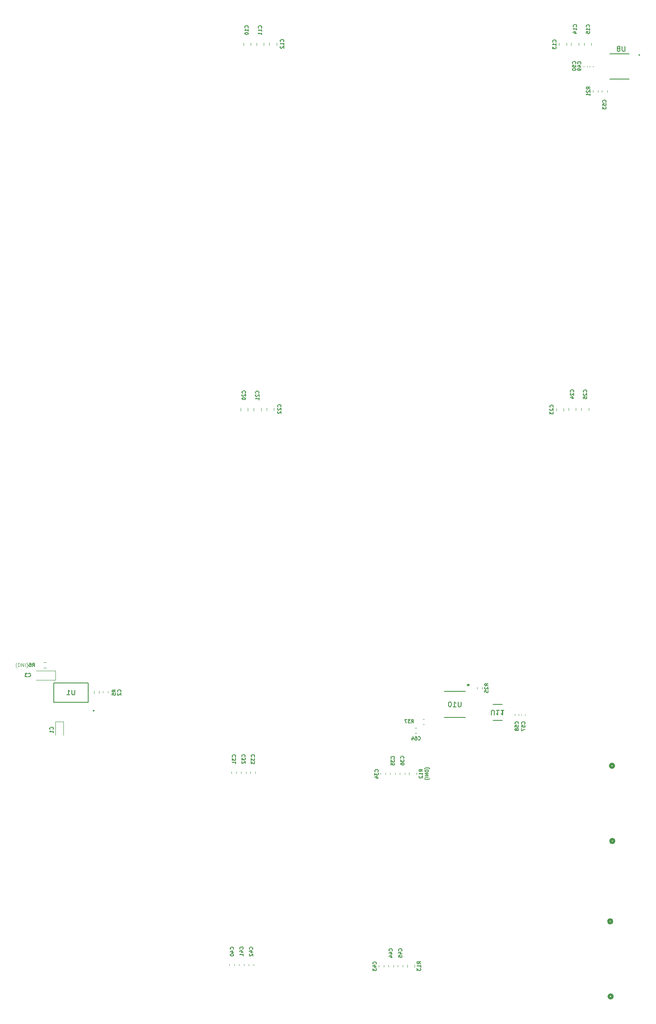
<source format=gbr>
%TF.GenerationSoftware,KiCad,Pcbnew,9.0.3*%
%TF.CreationDate,2025-09-16T12:32:26-04:00*%
%TF.ProjectId,CAEN_NEVIS_DAQ_PM5V,4341454e-5f4e-4455-9649-535f4441515f,rev?*%
%TF.SameCoordinates,Original*%
%TF.FileFunction,Legend,Bot*%
%TF.FilePolarity,Positive*%
%FSLAX46Y46*%
G04 Gerber Fmt 4.6, Leading zero omitted, Abs format (unit mm)*
G04 Created by KiCad (PCBNEW 9.0.3) date 2025-09-16 12:32:26*
%MOMM*%
%LPD*%
G01*
G04 APERTURE LIST*
%ADD10C,0.087500*%
%ADD11C,0.140000*%
%ADD12C,0.150000*%
%ADD13C,0.508000*%
%ADD14C,0.120000*%
%ADD15C,0.152400*%
%ADD16C,0.127000*%
%ADD17C,0.200000*%
G04 APERTURE END LIST*
D10*
X140054231Y-186346450D02*
X140020898Y-186313116D01*
X140020898Y-186313116D02*
X139954231Y-186213116D01*
X139954231Y-186213116D02*
X139920898Y-186146450D01*
X139920898Y-186146450D02*
X139887565Y-186046450D01*
X139887565Y-186046450D02*
X139854231Y-185879783D01*
X139854231Y-185879783D02*
X139854231Y-185746450D01*
X139854231Y-185746450D02*
X139887565Y-185579783D01*
X139887565Y-185579783D02*
X139920898Y-185479783D01*
X139920898Y-185479783D02*
X139954231Y-185413116D01*
X139954231Y-185413116D02*
X140020898Y-185313116D01*
X140020898Y-185313116D02*
X140054231Y-185279783D01*
X140320898Y-186079783D02*
X140320898Y-185379783D01*
X140320898Y-185379783D02*
X140487565Y-185379783D01*
X140487565Y-185379783D02*
X140587565Y-185413116D01*
X140587565Y-185413116D02*
X140654232Y-185479783D01*
X140654232Y-185479783D02*
X140687565Y-185546450D01*
X140687565Y-185546450D02*
X140720898Y-185679783D01*
X140720898Y-185679783D02*
X140720898Y-185779783D01*
X140720898Y-185779783D02*
X140687565Y-185913116D01*
X140687565Y-185913116D02*
X140654232Y-185979783D01*
X140654232Y-185979783D02*
X140587565Y-186046450D01*
X140587565Y-186046450D02*
X140487565Y-186079783D01*
X140487565Y-186079783D02*
X140320898Y-186079783D01*
X141020898Y-186079783D02*
X141020898Y-185379783D01*
X141020898Y-185379783D02*
X141420898Y-186079783D01*
X141420898Y-186079783D02*
X141420898Y-185379783D01*
X141754231Y-186079783D02*
X141754231Y-185379783D01*
X142020898Y-186346450D02*
X142054231Y-186313116D01*
X142054231Y-186313116D02*
X142120898Y-186213116D01*
X142120898Y-186213116D02*
X142154231Y-186146450D01*
X142154231Y-186146450D02*
X142187564Y-186046450D01*
X142187564Y-186046450D02*
X142220898Y-185879783D01*
X142220898Y-185879783D02*
X142220898Y-185746450D01*
X142220898Y-185746450D02*
X142187564Y-185579783D01*
X142187564Y-185579783D02*
X142154231Y-185479783D01*
X142154231Y-185479783D02*
X142120898Y-185413116D01*
X142120898Y-185413116D02*
X142054231Y-185313116D01*
X142054231Y-185313116D02*
X142020898Y-185279783D01*
D11*
X223308720Y-206648771D02*
X223275386Y-206615438D01*
X223275386Y-206615438D02*
X223175386Y-206548771D01*
X223175386Y-206548771D02*
X223108720Y-206515438D01*
X223108720Y-206515438D02*
X223008720Y-206482105D01*
X223008720Y-206482105D02*
X222842053Y-206448771D01*
X222842053Y-206448771D02*
X222708720Y-206448771D01*
X222708720Y-206448771D02*
X222542053Y-206482105D01*
X222542053Y-206482105D02*
X222442053Y-206515438D01*
X222442053Y-206515438D02*
X222375386Y-206548771D01*
X222375386Y-206548771D02*
X222275386Y-206615438D01*
X222275386Y-206615438D02*
X222242053Y-206648771D01*
X223042053Y-206915438D02*
X222342053Y-206915438D01*
X222342053Y-206915438D02*
X222342053Y-207082105D01*
X222342053Y-207082105D02*
X222375386Y-207182105D01*
X222375386Y-207182105D02*
X222442053Y-207248772D01*
X222442053Y-207248772D02*
X222508720Y-207282105D01*
X222508720Y-207282105D02*
X222642053Y-207315438D01*
X222642053Y-207315438D02*
X222742053Y-207315438D01*
X222742053Y-207315438D02*
X222875386Y-207282105D01*
X222875386Y-207282105D02*
X222942053Y-207248772D01*
X222942053Y-207248772D02*
X223008720Y-207182105D01*
X223008720Y-207182105D02*
X223042053Y-207082105D01*
X223042053Y-207082105D02*
X223042053Y-206915438D01*
X223042053Y-207615438D02*
X222342053Y-207615438D01*
X222342053Y-207615438D02*
X223042053Y-208015438D01*
X223042053Y-208015438D02*
X222342053Y-208015438D01*
X223042053Y-208348771D02*
X222342053Y-208348771D01*
X223308720Y-208615438D02*
X223275386Y-208648771D01*
X223275386Y-208648771D02*
X223175386Y-208715438D01*
X223175386Y-208715438D02*
X223108720Y-208748771D01*
X223108720Y-208748771D02*
X223008720Y-208782104D01*
X223008720Y-208782104D02*
X222842053Y-208815438D01*
X222842053Y-208815438D02*
X222708720Y-208815438D01*
X222708720Y-208815438D02*
X222542053Y-208782104D01*
X222542053Y-208782104D02*
X222442053Y-208748771D01*
X222442053Y-208748771D02*
X222375386Y-208715438D01*
X222375386Y-208715438D02*
X222275386Y-208648771D01*
X222275386Y-208648771D02*
X222242053Y-208615438D01*
D12*
X186094366Y-131009999D02*
X186127700Y-130976666D01*
X186127700Y-130976666D02*
X186161033Y-130876666D01*
X186161033Y-130876666D02*
X186161033Y-130809999D01*
X186161033Y-130809999D02*
X186127700Y-130709999D01*
X186127700Y-130709999D02*
X186061033Y-130643333D01*
X186061033Y-130643333D02*
X185994366Y-130609999D01*
X185994366Y-130609999D02*
X185861033Y-130576666D01*
X185861033Y-130576666D02*
X185761033Y-130576666D01*
X185761033Y-130576666D02*
X185627700Y-130609999D01*
X185627700Y-130609999D02*
X185561033Y-130643333D01*
X185561033Y-130643333D02*
X185494366Y-130709999D01*
X185494366Y-130709999D02*
X185461033Y-130809999D01*
X185461033Y-130809999D02*
X185461033Y-130876666D01*
X185461033Y-130876666D02*
X185494366Y-130976666D01*
X185494366Y-130976666D02*
X185527700Y-131009999D01*
X185527700Y-131276666D02*
X185494366Y-131309999D01*
X185494366Y-131309999D02*
X185461033Y-131376666D01*
X185461033Y-131376666D02*
X185461033Y-131543333D01*
X185461033Y-131543333D02*
X185494366Y-131609999D01*
X185494366Y-131609999D02*
X185527700Y-131643333D01*
X185527700Y-131643333D02*
X185594366Y-131676666D01*
X185594366Y-131676666D02*
X185661033Y-131676666D01*
X185661033Y-131676666D02*
X185761033Y-131643333D01*
X185761033Y-131643333D02*
X186161033Y-131243333D01*
X186161033Y-131243333D02*
X186161033Y-131676666D01*
X185461033Y-132110000D02*
X185461033Y-132176666D01*
X185461033Y-132176666D02*
X185494366Y-132243333D01*
X185494366Y-132243333D02*
X185527700Y-132276666D01*
X185527700Y-132276666D02*
X185594366Y-132310000D01*
X185594366Y-132310000D02*
X185727700Y-132343333D01*
X185727700Y-132343333D02*
X185894366Y-132343333D01*
X185894366Y-132343333D02*
X186027700Y-132310000D01*
X186027700Y-132310000D02*
X186094366Y-132276666D01*
X186094366Y-132276666D02*
X186127700Y-132243333D01*
X186127700Y-132243333D02*
X186161033Y-132176666D01*
X186161033Y-132176666D02*
X186161033Y-132110000D01*
X186161033Y-132110000D02*
X186127700Y-132043333D01*
X186127700Y-132043333D02*
X186094366Y-132010000D01*
X186094366Y-132010000D02*
X186027700Y-131976666D01*
X186027700Y-131976666D02*
X185894366Y-131943333D01*
X185894366Y-131943333D02*
X185727700Y-131943333D01*
X185727700Y-131943333D02*
X185594366Y-131976666D01*
X185594366Y-131976666D02*
X185527700Y-132010000D01*
X185527700Y-132010000D02*
X185494366Y-132043333D01*
X185494366Y-132043333D02*
X185461033Y-132110000D01*
X186024366Y-204229999D02*
X186057700Y-204196666D01*
X186057700Y-204196666D02*
X186091033Y-204096666D01*
X186091033Y-204096666D02*
X186091033Y-204029999D01*
X186091033Y-204029999D02*
X186057700Y-203929999D01*
X186057700Y-203929999D02*
X185991033Y-203863333D01*
X185991033Y-203863333D02*
X185924366Y-203829999D01*
X185924366Y-203829999D02*
X185791033Y-203796666D01*
X185791033Y-203796666D02*
X185691033Y-203796666D01*
X185691033Y-203796666D02*
X185557700Y-203829999D01*
X185557700Y-203829999D02*
X185491033Y-203863333D01*
X185491033Y-203863333D02*
X185424366Y-203929999D01*
X185424366Y-203929999D02*
X185391033Y-204029999D01*
X185391033Y-204029999D02*
X185391033Y-204096666D01*
X185391033Y-204096666D02*
X185424366Y-204196666D01*
X185424366Y-204196666D02*
X185457700Y-204229999D01*
X185391033Y-204463333D02*
X185391033Y-204896666D01*
X185391033Y-204896666D02*
X185657700Y-204663333D01*
X185657700Y-204663333D02*
X185657700Y-204763333D01*
X185657700Y-204763333D02*
X185691033Y-204829999D01*
X185691033Y-204829999D02*
X185724366Y-204863333D01*
X185724366Y-204863333D02*
X185791033Y-204896666D01*
X185791033Y-204896666D02*
X185957700Y-204896666D01*
X185957700Y-204896666D02*
X186024366Y-204863333D01*
X186024366Y-204863333D02*
X186057700Y-204829999D01*
X186057700Y-204829999D02*
X186091033Y-204763333D01*
X186091033Y-204763333D02*
X186091033Y-204563333D01*
X186091033Y-204563333D02*
X186057700Y-204496666D01*
X186057700Y-204496666D02*
X186024366Y-204463333D01*
X185457700Y-205163333D02*
X185424366Y-205196666D01*
X185424366Y-205196666D02*
X185391033Y-205263333D01*
X185391033Y-205263333D02*
X185391033Y-205430000D01*
X185391033Y-205430000D02*
X185424366Y-205496666D01*
X185424366Y-205496666D02*
X185457700Y-205530000D01*
X185457700Y-205530000D02*
X185524366Y-205563333D01*
X185524366Y-205563333D02*
X185591033Y-205563333D01*
X185591033Y-205563333D02*
X185691033Y-205530000D01*
X185691033Y-205530000D02*
X186091033Y-205130000D01*
X186091033Y-205130000D02*
X186091033Y-205563333D01*
X187944366Y-204269999D02*
X187977700Y-204236666D01*
X187977700Y-204236666D02*
X188011033Y-204136666D01*
X188011033Y-204136666D02*
X188011033Y-204069999D01*
X188011033Y-204069999D02*
X187977700Y-203969999D01*
X187977700Y-203969999D02*
X187911033Y-203903333D01*
X187911033Y-203903333D02*
X187844366Y-203869999D01*
X187844366Y-203869999D02*
X187711033Y-203836666D01*
X187711033Y-203836666D02*
X187611033Y-203836666D01*
X187611033Y-203836666D02*
X187477700Y-203869999D01*
X187477700Y-203869999D02*
X187411033Y-203903333D01*
X187411033Y-203903333D02*
X187344366Y-203969999D01*
X187344366Y-203969999D02*
X187311033Y-204069999D01*
X187311033Y-204069999D02*
X187311033Y-204136666D01*
X187311033Y-204136666D02*
X187344366Y-204236666D01*
X187344366Y-204236666D02*
X187377700Y-204269999D01*
X187311033Y-204503333D02*
X187311033Y-204936666D01*
X187311033Y-204936666D02*
X187577700Y-204703333D01*
X187577700Y-204703333D02*
X187577700Y-204803333D01*
X187577700Y-204803333D02*
X187611033Y-204869999D01*
X187611033Y-204869999D02*
X187644366Y-204903333D01*
X187644366Y-204903333D02*
X187711033Y-204936666D01*
X187711033Y-204936666D02*
X187877700Y-204936666D01*
X187877700Y-204936666D02*
X187944366Y-204903333D01*
X187944366Y-204903333D02*
X187977700Y-204869999D01*
X187977700Y-204869999D02*
X188011033Y-204803333D01*
X188011033Y-204803333D02*
X188011033Y-204603333D01*
X188011033Y-204603333D02*
X187977700Y-204536666D01*
X187977700Y-204536666D02*
X187944366Y-204503333D01*
X187311033Y-205170000D02*
X187311033Y-205603333D01*
X187311033Y-205603333D02*
X187577700Y-205370000D01*
X187577700Y-205370000D02*
X187577700Y-205470000D01*
X187577700Y-205470000D02*
X187611033Y-205536666D01*
X187611033Y-205536666D02*
X187644366Y-205570000D01*
X187644366Y-205570000D02*
X187711033Y-205603333D01*
X187711033Y-205603333D02*
X187877700Y-205603333D01*
X187877700Y-205603333D02*
X187944366Y-205570000D01*
X187944366Y-205570000D02*
X187977700Y-205536666D01*
X187977700Y-205536666D02*
X188011033Y-205470000D01*
X188011033Y-205470000D02*
X188011033Y-205270000D01*
X188011033Y-205270000D02*
X187977700Y-205203333D01*
X187977700Y-205203333D02*
X187944366Y-205170000D01*
X159936033Y-191193333D02*
X159602700Y-190960000D01*
X159936033Y-190793333D02*
X159236033Y-190793333D01*
X159236033Y-190793333D02*
X159236033Y-191060000D01*
X159236033Y-191060000D02*
X159269366Y-191126667D01*
X159269366Y-191126667D02*
X159302700Y-191160000D01*
X159302700Y-191160000D02*
X159369366Y-191193333D01*
X159369366Y-191193333D02*
X159469366Y-191193333D01*
X159469366Y-191193333D02*
X159536033Y-191160000D01*
X159536033Y-191160000D02*
X159569366Y-191126667D01*
X159569366Y-191126667D02*
X159602700Y-191060000D01*
X159602700Y-191060000D02*
X159602700Y-190793333D01*
X159236033Y-191826667D02*
X159236033Y-191493333D01*
X159236033Y-191493333D02*
X159569366Y-191460000D01*
X159569366Y-191460000D02*
X159536033Y-191493333D01*
X159536033Y-191493333D02*
X159502700Y-191560000D01*
X159502700Y-191560000D02*
X159502700Y-191726667D01*
X159502700Y-191726667D02*
X159536033Y-191793333D01*
X159536033Y-191793333D02*
X159569366Y-191826667D01*
X159569366Y-191826667D02*
X159636033Y-191860000D01*
X159636033Y-191860000D02*
X159802700Y-191860000D01*
X159802700Y-191860000D02*
X159869366Y-191826667D01*
X159869366Y-191826667D02*
X159902700Y-191793333D01*
X159902700Y-191793333D02*
X159936033Y-191726667D01*
X159936033Y-191726667D02*
X159936033Y-191560000D01*
X159936033Y-191560000D02*
X159902700Y-191493333D01*
X159902700Y-191493333D02*
X159869366Y-191460000D01*
X216104366Y-204599999D02*
X216137700Y-204566666D01*
X216137700Y-204566666D02*
X216171033Y-204466666D01*
X216171033Y-204466666D02*
X216171033Y-204399999D01*
X216171033Y-204399999D02*
X216137700Y-204299999D01*
X216137700Y-204299999D02*
X216071033Y-204233333D01*
X216071033Y-204233333D02*
X216004366Y-204199999D01*
X216004366Y-204199999D02*
X215871033Y-204166666D01*
X215871033Y-204166666D02*
X215771033Y-204166666D01*
X215771033Y-204166666D02*
X215637700Y-204199999D01*
X215637700Y-204199999D02*
X215571033Y-204233333D01*
X215571033Y-204233333D02*
X215504366Y-204299999D01*
X215504366Y-204299999D02*
X215471033Y-204399999D01*
X215471033Y-204399999D02*
X215471033Y-204466666D01*
X215471033Y-204466666D02*
X215504366Y-204566666D01*
X215504366Y-204566666D02*
X215537700Y-204599999D01*
X215471033Y-204833333D02*
X215471033Y-205266666D01*
X215471033Y-205266666D02*
X215737700Y-205033333D01*
X215737700Y-205033333D02*
X215737700Y-205133333D01*
X215737700Y-205133333D02*
X215771033Y-205199999D01*
X215771033Y-205199999D02*
X215804366Y-205233333D01*
X215804366Y-205233333D02*
X215871033Y-205266666D01*
X215871033Y-205266666D02*
X216037700Y-205266666D01*
X216037700Y-205266666D02*
X216104366Y-205233333D01*
X216104366Y-205233333D02*
X216137700Y-205199999D01*
X216137700Y-205199999D02*
X216171033Y-205133333D01*
X216171033Y-205133333D02*
X216171033Y-204933333D01*
X216171033Y-204933333D02*
X216137700Y-204866666D01*
X216137700Y-204866666D02*
X216104366Y-204833333D01*
X215471033Y-205900000D02*
X215471033Y-205566666D01*
X215471033Y-205566666D02*
X215804366Y-205533333D01*
X215804366Y-205533333D02*
X215771033Y-205566666D01*
X215771033Y-205566666D02*
X215737700Y-205633333D01*
X215737700Y-205633333D02*
X215737700Y-205800000D01*
X215737700Y-205800000D02*
X215771033Y-205866666D01*
X215771033Y-205866666D02*
X215804366Y-205900000D01*
X215804366Y-205900000D02*
X215871033Y-205933333D01*
X215871033Y-205933333D02*
X216037700Y-205933333D01*
X216037700Y-205933333D02*
X216104366Y-205900000D01*
X216104366Y-205900000D02*
X216137700Y-205866666D01*
X216137700Y-205866666D02*
X216171033Y-205800000D01*
X216171033Y-205800000D02*
X216171033Y-205633333D01*
X216171033Y-205633333D02*
X216137700Y-205566666D01*
X216137700Y-205566666D02*
X216104366Y-205533333D01*
X221462283Y-245929998D02*
X221128950Y-245696665D01*
X221462283Y-245529998D02*
X220762283Y-245529998D01*
X220762283Y-245529998D02*
X220762283Y-245796665D01*
X220762283Y-245796665D02*
X220795616Y-245863332D01*
X220795616Y-245863332D02*
X220828950Y-245896665D01*
X220828950Y-245896665D02*
X220895616Y-245929998D01*
X220895616Y-245929998D02*
X220995616Y-245929998D01*
X220995616Y-245929998D02*
X221062283Y-245896665D01*
X221062283Y-245896665D02*
X221095616Y-245863332D01*
X221095616Y-245863332D02*
X221128950Y-245796665D01*
X221128950Y-245796665D02*
X221128950Y-245529998D01*
X221462283Y-246596665D02*
X221462283Y-246196665D01*
X221462283Y-246396665D02*
X220762283Y-246396665D01*
X220762283Y-246396665D02*
X220862283Y-246329998D01*
X220862283Y-246329998D02*
X220928950Y-246263332D01*
X220928950Y-246263332D02*
X220962283Y-246196665D01*
X220762283Y-246829999D02*
X220762283Y-247263332D01*
X220762283Y-247263332D02*
X221028950Y-247029999D01*
X221028950Y-247029999D02*
X221028950Y-247129999D01*
X221028950Y-247129999D02*
X221062283Y-247196665D01*
X221062283Y-247196665D02*
X221095616Y-247229999D01*
X221095616Y-247229999D02*
X221162283Y-247263332D01*
X221162283Y-247263332D02*
X221328950Y-247263332D01*
X221328950Y-247263332D02*
X221395616Y-247229999D01*
X221395616Y-247229999D02*
X221428950Y-247196665D01*
X221428950Y-247196665D02*
X221462283Y-247129999D01*
X221462283Y-247129999D02*
X221462283Y-246929999D01*
X221462283Y-246929999D02*
X221428950Y-246863332D01*
X221428950Y-246863332D02*
X221395616Y-246829999D01*
X193244366Y-133779999D02*
X193277700Y-133746666D01*
X193277700Y-133746666D02*
X193311033Y-133646666D01*
X193311033Y-133646666D02*
X193311033Y-133579999D01*
X193311033Y-133579999D02*
X193277700Y-133479999D01*
X193277700Y-133479999D02*
X193211033Y-133413333D01*
X193211033Y-133413333D02*
X193144366Y-133379999D01*
X193144366Y-133379999D02*
X193011033Y-133346666D01*
X193011033Y-133346666D02*
X192911033Y-133346666D01*
X192911033Y-133346666D02*
X192777700Y-133379999D01*
X192777700Y-133379999D02*
X192711033Y-133413333D01*
X192711033Y-133413333D02*
X192644366Y-133479999D01*
X192644366Y-133479999D02*
X192611033Y-133579999D01*
X192611033Y-133579999D02*
X192611033Y-133646666D01*
X192611033Y-133646666D02*
X192644366Y-133746666D01*
X192644366Y-133746666D02*
X192677700Y-133779999D01*
X192677700Y-134046666D02*
X192644366Y-134079999D01*
X192644366Y-134079999D02*
X192611033Y-134146666D01*
X192611033Y-134146666D02*
X192611033Y-134313333D01*
X192611033Y-134313333D02*
X192644366Y-134379999D01*
X192644366Y-134379999D02*
X192677700Y-134413333D01*
X192677700Y-134413333D02*
X192744366Y-134446666D01*
X192744366Y-134446666D02*
X192811033Y-134446666D01*
X192811033Y-134446666D02*
X192911033Y-134413333D01*
X192911033Y-134413333D02*
X193311033Y-134013333D01*
X193311033Y-134013333D02*
X193311033Y-134446666D01*
X192677700Y-134713333D02*
X192644366Y-134746666D01*
X192644366Y-134746666D02*
X192611033Y-134813333D01*
X192611033Y-134813333D02*
X192611033Y-134980000D01*
X192611033Y-134980000D02*
X192644366Y-135046666D01*
X192644366Y-135046666D02*
X192677700Y-135080000D01*
X192677700Y-135080000D02*
X192744366Y-135113333D01*
X192744366Y-135113333D02*
X192811033Y-135113333D01*
X192811033Y-135113333D02*
X192911033Y-135080000D01*
X192911033Y-135080000D02*
X193311033Y-134680000D01*
X193311033Y-134680000D02*
X193311033Y-135113333D01*
X253729366Y-64729999D02*
X253762700Y-64696666D01*
X253762700Y-64696666D02*
X253796033Y-64596666D01*
X253796033Y-64596666D02*
X253796033Y-64529999D01*
X253796033Y-64529999D02*
X253762700Y-64429999D01*
X253762700Y-64429999D02*
X253696033Y-64363333D01*
X253696033Y-64363333D02*
X253629366Y-64329999D01*
X253629366Y-64329999D02*
X253496033Y-64296666D01*
X253496033Y-64296666D02*
X253396033Y-64296666D01*
X253396033Y-64296666D02*
X253262700Y-64329999D01*
X253262700Y-64329999D02*
X253196033Y-64363333D01*
X253196033Y-64363333D02*
X253129366Y-64429999D01*
X253129366Y-64429999D02*
X253096033Y-64529999D01*
X253096033Y-64529999D02*
X253096033Y-64596666D01*
X253096033Y-64596666D02*
X253129366Y-64696666D01*
X253129366Y-64696666D02*
X253162700Y-64729999D01*
X253329366Y-65329999D02*
X253796033Y-65329999D01*
X253062700Y-65163333D02*
X253562700Y-64996666D01*
X253562700Y-64996666D02*
X253562700Y-65429999D01*
X253796033Y-65730000D02*
X253796033Y-65863333D01*
X253796033Y-65863333D02*
X253762700Y-65930000D01*
X253762700Y-65930000D02*
X253729366Y-65963333D01*
X253729366Y-65963333D02*
X253629366Y-66030000D01*
X253629366Y-66030000D02*
X253496033Y-66063333D01*
X253496033Y-66063333D02*
X253229366Y-66063333D01*
X253229366Y-66063333D02*
X253162700Y-66030000D01*
X253162700Y-66030000D02*
X253129366Y-65996666D01*
X253129366Y-65996666D02*
X253096033Y-65930000D01*
X253096033Y-65930000D02*
X253096033Y-65796666D01*
X253096033Y-65796666D02*
X253129366Y-65730000D01*
X253129366Y-65730000D02*
X253162700Y-65696666D01*
X253162700Y-65696666D02*
X253229366Y-65663333D01*
X253229366Y-65663333D02*
X253396033Y-65663333D01*
X253396033Y-65663333D02*
X253462700Y-65696666D01*
X253462700Y-65696666D02*
X253496033Y-65730000D01*
X253496033Y-65730000D02*
X253529366Y-65796666D01*
X253529366Y-65796666D02*
X253529366Y-65930000D01*
X253529366Y-65930000D02*
X253496033Y-65996666D01*
X253496033Y-65996666D02*
X253462700Y-66030000D01*
X253462700Y-66030000D02*
X253396033Y-66063333D01*
X212854366Y-207239999D02*
X212887700Y-207206666D01*
X212887700Y-207206666D02*
X212921033Y-207106666D01*
X212921033Y-207106666D02*
X212921033Y-207039999D01*
X212921033Y-207039999D02*
X212887700Y-206939999D01*
X212887700Y-206939999D02*
X212821033Y-206873333D01*
X212821033Y-206873333D02*
X212754366Y-206839999D01*
X212754366Y-206839999D02*
X212621033Y-206806666D01*
X212621033Y-206806666D02*
X212521033Y-206806666D01*
X212521033Y-206806666D02*
X212387700Y-206839999D01*
X212387700Y-206839999D02*
X212321033Y-206873333D01*
X212321033Y-206873333D02*
X212254366Y-206939999D01*
X212254366Y-206939999D02*
X212221033Y-207039999D01*
X212221033Y-207039999D02*
X212221033Y-207106666D01*
X212221033Y-207106666D02*
X212254366Y-207206666D01*
X212254366Y-207206666D02*
X212287700Y-207239999D01*
X212221033Y-207473333D02*
X212221033Y-207906666D01*
X212221033Y-207906666D02*
X212487700Y-207673333D01*
X212487700Y-207673333D02*
X212487700Y-207773333D01*
X212487700Y-207773333D02*
X212521033Y-207839999D01*
X212521033Y-207839999D02*
X212554366Y-207873333D01*
X212554366Y-207873333D02*
X212621033Y-207906666D01*
X212621033Y-207906666D02*
X212787700Y-207906666D01*
X212787700Y-207906666D02*
X212854366Y-207873333D01*
X212854366Y-207873333D02*
X212887700Y-207839999D01*
X212887700Y-207839999D02*
X212921033Y-207773333D01*
X212921033Y-207773333D02*
X212921033Y-207573333D01*
X212921033Y-207573333D02*
X212887700Y-207506666D01*
X212887700Y-207506666D02*
X212854366Y-207473333D01*
X212454366Y-208506666D02*
X212921033Y-208506666D01*
X212187700Y-208340000D02*
X212687700Y-208173333D01*
X212687700Y-208173333D02*
X212687700Y-208606666D01*
X258779366Y-72479999D02*
X258812700Y-72446666D01*
X258812700Y-72446666D02*
X258846033Y-72346666D01*
X258846033Y-72346666D02*
X258846033Y-72279999D01*
X258846033Y-72279999D02*
X258812700Y-72179999D01*
X258812700Y-72179999D02*
X258746033Y-72113333D01*
X258746033Y-72113333D02*
X258679366Y-72079999D01*
X258679366Y-72079999D02*
X258546033Y-72046666D01*
X258546033Y-72046666D02*
X258446033Y-72046666D01*
X258446033Y-72046666D02*
X258312700Y-72079999D01*
X258312700Y-72079999D02*
X258246033Y-72113333D01*
X258246033Y-72113333D02*
X258179366Y-72179999D01*
X258179366Y-72179999D02*
X258146033Y-72279999D01*
X258146033Y-72279999D02*
X258146033Y-72346666D01*
X258146033Y-72346666D02*
X258179366Y-72446666D01*
X258179366Y-72446666D02*
X258212700Y-72479999D01*
X258146033Y-73113333D02*
X258146033Y-72779999D01*
X258146033Y-72779999D02*
X258479366Y-72746666D01*
X258479366Y-72746666D02*
X258446033Y-72779999D01*
X258446033Y-72779999D02*
X258412700Y-72846666D01*
X258412700Y-72846666D02*
X258412700Y-73013333D01*
X258412700Y-73013333D02*
X258446033Y-73079999D01*
X258446033Y-73079999D02*
X258479366Y-73113333D01*
X258479366Y-73113333D02*
X258546033Y-73146666D01*
X258546033Y-73146666D02*
X258712700Y-73146666D01*
X258712700Y-73146666D02*
X258779366Y-73113333D01*
X258779366Y-73113333D02*
X258812700Y-73079999D01*
X258812700Y-73079999D02*
X258846033Y-73013333D01*
X258846033Y-73013333D02*
X258846033Y-72846666D01*
X258846033Y-72846666D02*
X258812700Y-72779999D01*
X258812700Y-72779999D02*
X258779366Y-72746666D01*
X258146033Y-73380000D02*
X258146033Y-73813333D01*
X258146033Y-73813333D02*
X258412700Y-73580000D01*
X258412700Y-73580000D02*
X258412700Y-73680000D01*
X258412700Y-73680000D02*
X258446033Y-73746666D01*
X258446033Y-73746666D02*
X258479366Y-73780000D01*
X258479366Y-73780000D02*
X258546033Y-73813333D01*
X258546033Y-73813333D02*
X258712700Y-73813333D01*
X258712700Y-73813333D02*
X258779366Y-73780000D01*
X258779366Y-73780000D02*
X258812700Y-73746666D01*
X258812700Y-73746666D02*
X258846033Y-73680000D01*
X258846033Y-73680000D02*
X258846033Y-73480000D01*
X258846033Y-73480000D02*
X258812700Y-73413333D01*
X258812700Y-73413333D02*
X258779366Y-73380000D01*
X254894366Y-130829999D02*
X254927700Y-130796666D01*
X254927700Y-130796666D02*
X254961033Y-130696666D01*
X254961033Y-130696666D02*
X254961033Y-130629999D01*
X254961033Y-130629999D02*
X254927700Y-130529999D01*
X254927700Y-130529999D02*
X254861033Y-130463333D01*
X254861033Y-130463333D02*
X254794366Y-130429999D01*
X254794366Y-130429999D02*
X254661033Y-130396666D01*
X254661033Y-130396666D02*
X254561033Y-130396666D01*
X254561033Y-130396666D02*
X254427700Y-130429999D01*
X254427700Y-130429999D02*
X254361033Y-130463333D01*
X254361033Y-130463333D02*
X254294366Y-130529999D01*
X254294366Y-130529999D02*
X254261033Y-130629999D01*
X254261033Y-130629999D02*
X254261033Y-130696666D01*
X254261033Y-130696666D02*
X254294366Y-130796666D01*
X254294366Y-130796666D02*
X254327700Y-130829999D01*
X254327700Y-131096666D02*
X254294366Y-131129999D01*
X254294366Y-131129999D02*
X254261033Y-131196666D01*
X254261033Y-131196666D02*
X254261033Y-131363333D01*
X254261033Y-131363333D02*
X254294366Y-131429999D01*
X254294366Y-131429999D02*
X254327700Y-131463333D01*
X254327700Y-131463333D02*
X254394366Y-131496666D01*
X254394366Y-131496666D02*
X254461033Y-131496666D01*
X254461033Y-131496666D02*
X254561033Y-131463333D01*
X254561033Y-131463333D02*
X254961033Y-131063333D01*
X254961033Y-131063333D02*
X254961033Y-131496666D01*
X254261033Y-132130000D02*
X254261033Y-131796666D01*
X254261033Y-131796666D02*
X254594366Y-131763333D01*
X254594366Y-131763333D02*
X254561033Y-131796666D01*
X254561033Y-131796666D02*
X254527700Y-131863333D01*
X254527700Y-131863333D02*
X254527700Y-132030000D01*
X254527700Y-132030000D02*
X254561033Y-132096666D01*
X254561033Y-132096666D02*
X254594366Y-132130000D01*
X254594366Y-132130000D02*
X254661033Y-132163333D01*
X254661033Y-132163333D02*
X254827700Y-132163333D01*
X254827700Y-132163333D02*
X254894366Y-132130000D01*
X254894366Y-132130000D02*
X254927700Y-132096666D01*
X254927700Y-132096666D02*
X254961033Y-132030000D01*
X254961033Y-132030000D02*
X254961033Y-131863333D01*
X254961033Y-131863333D02*
X254927700Y-131796666D01*
X254927700Y-131796666D02*
X254894366Y-131763333D01*
X188804366Y-131049999D02*
X188837700Y-131016666D01*
X188837700Y-131016666D02*
X188871033Y-130916666D01*
X188871033Y-130916666D02*
X188871033Y-130849999D01*
X188871033Y-130849999D02*
X188837700Y-130749999D01*
X188837700Y-130749999D02*
X188771033Y-130683333D01*
X188771033Y-130683333D02*
X188704366Y-130649999D01*
X188704366Y-130649999D02*
X188571033Y-130616666D01*
X188571033Y-130616666D02*
X188471033Y-130616666D01*
X188471033Y-130616666D02*
X188337700Y-130649999D01*
X188337700Y-130649999D02*
X188271033Y-130683333D01*
X188271033Y-130683333D02*
X188204366Y-130749999D01*
X188204366Y-130749999D02*
X188171033Y-130849999D01*
X188171033Y-130849999D02*
X188171033Y-130916666D01*
X188171033Y-130916666D02*
X188204366Y-131016666D01*
X188204366Y-131016666D02*
X188237700Y-131049999D01*
X188237700Y-131316666D02*
X188204366Y-131349999D01*
X188204366Y-131349999D02*
X188171033Y-131416666D01*
X188171033Y-131416666D02*
X188171033Y-131583333D01*
X188171033Y-131583333D02*
X188204366Y-131649999D01*
X188204366Y-131649999D02*
X188237700Y-131683333D01*
X188237700Y-131683333D02*
X188304366Y-131716666D01*
X188304366Y-131716666D02*
X188371033Y-131716666D01*
X188371033Y-131716666D02*
X188471033Y-131683333D01*
X188471033Y-131683333D02*
X188871033Y-131283333D01*
X188871033Y-131283333D02*
X188871033Y-131716666D01*
X188871033Y-132383333D02*
X188871033Y-131983333D01*
X188871033Y-132183333D02*
X188171033Y-132183333D01*
X188171033Y-132183333D02*
X188271033Y-132116666D01*
X188271033Y-132116666D02*
X188337700Y-132050000D01*
X188337700Y-132050000D02*
X188371033Y-131983333D01*
X255454366Y-57307499D02*
X255487700Y-57274166D01*
X255487700Y-57274166D02*
X255521033Y-57174166D01*
X255521033Y-57174166D02*
X255521033Y-57107499D01*
X255521033Y-57107499D02*
X255487700Y-57007499D01*
X255487700Y-57007499D02*
X255421033Y-56940833D01*
X255421033Y-56940833D02*
X255354366Y-56907499D01*
X255354366Y-56907499D02*
X255221033Y-56874166D01*
X255221033Y-56874166D02*
X255121033Y-56874166D01*
X255121033Y-56874166D02*
X254987700Y-56907499D01*
X254987700Y-56907499D02*
X254921033Y-56940833D01*
X254921033Y-56940833D02*
X254854366Y-57007499D01*
X254854366Y-57007499D02*
X254821033Y-57107499D01*
X254821033Y-57107499D02*
X254821033Y-57174166D01*
X254821033Y-57174166D02*
X254854366Y-57274166D01*
X254854366Y-57274166D02*
X254887700Y-57307499D01*
X255521033Y-57974166D02*
X255521033Y-57574166D01*
X255521033Y-57774166D02*
X254821033Y-57774166D01*
X254821033Y-57774166D02*
X254921033Y-57707499D01*
X254921033Y-57707499D02*
X254987700Y-57640833D01*
X254987700Y-57640833D02*
X255021033Y-57574166D01*
X254821033Y-58607500D02*
X254821033Y-58274166D01*
X254821033Y-58274166D02*
X255154366Y-58240833D01*
X255154366Y-58240833D02*
X255121033Y-58274166D01*
X255121033Y-58274166D02*
X255087700Y-58340833D01*
X255087700Y-58340833D02*
X255087700Y-58507500D01*
X255087700Y-58507500D02*
X255121033Y-58574166D01*
X255121033Y-58574166D02*
X255154366Y-58607500D01*
X255154366Y-58607500D02*
X255221033Y-58640833D01*
X255221033Y-58640833D02*
X255387700Y-58640833D01*
X255387700Y-58640833D02*
X255454366Y-58607500D01*
X255454366Y-58607500D02*
X255487700Y-58574166D01*
X255487700Y-58574166D02*
X255521033Y-58507500D01*
X255521033Y-58507500D02*
X255521033Y-58340833D01*
X255521033Y-58340833D02*
X255487700Y-58274166D01*
X255487700Y-58274166D02*
X255454366Y-58240833D01*
X185625615Y-242960000D02*
X185658949Y-242926667D01*
X185658949Y-242926667D02*
X185692282Y-242826667D01*
X185692282Y-242826667D02*
X185692282Y-242760000D01*
X185692282Y-242760000D02*
X185658949Y-242660000D01*
X185658949Y-242660000D02*
X185592282Y-242593334D01*
X185592282Y-242593334D02*
X185525615Y-242560000D01*
X185525615Y-242560000D02*
X185392282Y-242526667D01*
X185392282Y-242526667D02*
X185292282Y-242526667D01*
X185292282Y-242526667D02*
X185158949Y-242560000D01*
X185158949Y-242560000D02*
X185092282Y-242593334D01*
X185092282Y-242593334D02*
X185025615Y-242660000D01*
X185025615Y-242660000D02*
X184992282Y-242760000D01*
X184992282Y-242760000D02*
X184992282Y-242826667D01*
X184992282Y-242826667D02*
X185025615Y-242926667D01*
X185025615Y-242926667D02*
X185058949Y-242960000D01*
X185225615Y-243560000D02*
X185692282Y-243560000D01*
X184958949Y-243393334D02*
X185458949Y-243226667D01*
X185458949Y-243226667D02*
X185458949Y-243660000D01*
X185692282Y-244293334D02*
X185692282Y-243893334D01*
X185692282Y-244093334D02*
X184992282Y-244093334D01*
X184992282Y-244093334D02*
X185092282Y-244026667D01*
X185092282Y-244026667D02*
X185158949Y-243960001D01*
X185158949Y-243960001D02*
X185192282Y-243893334D01*
X183705615Y-243020000D02*
X183738949Y-242986667D01*
X183738949Y-242986667D02*
X183772282Y-242886667D01*
X183772282Y-242886667D02*
X183772282Y-242820000D01*
X183772282Y-242820000D02*
X183738949Y-242720000D01*
X183738949Y-242720000D02*
X183672282Y-242653334D01*
X183672282Y-242653334D02*
X183605615Y-242620000D01*
X183605615Y-242620000D02*
X183472282Y-242586667D01*
X183472282Y-242586667D02*
X183372282Y-242586667D01*
X183372282Y-242586667D02*
X183238949Y-242620000D01*
X183238949Y-242620000D02*
X183172282Y-242653334D01*
X183172282Y-242653334D02*
X183105615Y-242720000D01*
X183105615Y-242720000D02*
X183072282Y-242820000D01*
X183072282Y-242820000D02*
X183072282Y-242886667D01*
X183072282Y-242886667D02*
X183105615Y-242986667D01*
X183105615Y-242986667D02*
X183138949Y-243020000D01*
X183305615Y-243620000D02*
X183772282Y-243620000D01*
X183038949Y-243453334D02*
X183538949Y-243286667D01*
X183538949Y-243286667D02*
X183538949Y-243720000D01*
X183072282Y-244120001D02*
X183072282Y-244186667D01*
X183072282Y-244186667D02*
X183105615Y-244253334D01*
X183105615Y-244253334D02*
X183138949Y-244286667D01*
X183138949Y-244286667D02*
X183205615Y-244320001D01*
X183205615Y-244320001D02*
X183338949Y-244353334D01*
X183338949Y-244353334D02*
X183505615Y-244353334D01*
X183505615Y-244353334D02*
X183638949Y-244320001D01*
X183638949Y-244320001D02*
X183705615Y-244286667D01*
X183705615Y-244286667D02*
X183738949Y-244253334D01*
X183738949Y-244253334D02*
X183772282Y-244186667D01*
X183772282Y-244186667D02*
X183772282Y-244120001D01*
X183772282Y-244120001D02*
X183738949Y-244053334D01*
X183738949Y-244053334D02*
X183705615Y-244020001D01*
X183705615Y-244020001D02*
X183638949Y-243986667D01*
X183638949Y-243986667D02*
X183505615Y-243953334D01*
X183505615Y-243953334D02*
X183338949Y-243953334D01*
X183338949Y-243953334D02*
X183205615Y-243986667D01*
X183205615Y-243986667D02*
X183138949Y-244020001D01*
X183138949Y-244020001D02*
X183105615Y-244053334D01*
X183105615Y-244053334D02*
X183072282Y-244120001D01*
X220970000Y-200799366D02*
X221003333Y-200832700D01*
X221003333Y-200832700D02*
X221103333Y-200866033D01*
X221103333Y-200866033D02*
X221170000Y-200866033D01*
X221170000Y-200866033D02*
X221270000Y-200832700D01*
X221270000Y-200832700D02*
X221336667Y-200766033D01*
X221336667Y-200766033D02*
X221370000Y-200699366D01*
X221370000Y-200699366D02*
X221403333Y-200566033D01*
X221403333Y-200566033D02*
X221403333Y-200466033D01*
X221403333Y-200466033D02*
X221370000Y-200332700D01*
X221370000Y-200332700D02*
X221336667Y-200266033D01*
X221336667Y-200266033D02*
X221270000Y-200199366D01*
X221270000Y-200199366D02*
X221170000Y-200166033D01*
X221170000Y-200166033D02*
X221103333Y-200166033D01*
X221103333Y-200166033D02*
X221003333Y-200199366D01*
X221003333Y-200199366D02*
X220970000Y-200232700D01*
X220370000Y-200166033D02*
X220503333Y-200166033D01*
X220503333Y-200166033D02*
X220570000Y-200199366D01*
X220570000Y-200199366D02*
X220603333Y-200232700D01*
X220603333Y-200232700D02*
X220670000Y-200332700D01*
X220670000Y-200332700D02*
X220703333Y-200466033D01*
X220703333Y-200466033D02*
X220703333Y-200732700D01*
X220703333Y-200732700D02*
X220670000Y-200799366D01*
X220670000Y-200799366D02*
X220636667Y-200832700D01*
X220636667Y-200832700D02*
X220570000Y-200866033D01*
X220570000Y-200866033D02*
X220436667Y-200866033D01*
X220436667Y-200866033D02*
X220370000Y-200832700D01*
X220370000Y-200832700D02*
X220336667Y-200799366D01*
X220336667Y-200799366D02*
X220303333Y-200732700D01*
X220303333Y-200732700D02*
X220303333Y-200566033D01*
X220303333Y-200566033D02*
X220336667Y-200499366D01*
X220336667Y-200499366D02*
X220370000Y-200466033D01*
X220370000Y-200466033D02*
X220436667Y-200432700D01*
X220436667Y-200432700D02*
X220570000Y-200432700D01*
X220570000Y-200432700D02*
X220636667Y-200466033D01*
X220636667Y-200466033D02*
X220670000Y-200499366D01*
X220670000Y-200499366D02*
X220703333Y-200566033D01*
X219703333Y-200399366D02*
X219703333Y-200866033D01*
X219870000Y-200132700D02*
X220036666Y-200632700D01*
X220036666Y-200632700D02*
X219603333Y-200632700D01*
X252274366Y-130789999D02*
X252307700Y-130756666D01*
X252307700Y-130756666D02*
X252341033Y-130656666D01*
X252341033Y-130656666D02*
X252341033Y-130589999D01*
X252341033Y-130589999D02*
X252307700Y-130489999D01*
X252307700Y-130489999D02*
X252241033Y-130423333D01*
X252241033Y-130423333D02*
X252174366Y-130389999D01*
X252174366Y-130389999D02*
X252041033Y-130356666D01*
X252041033Y-130356666D02*
X251941033Y-130356666D01*
X251941033Y-130356666D02*
X251807700Y-130389999D01*
X251807700Y-130389999D02*
X251741033Y-130423333D01*
X251741033Y-130423333D02*
X251674366Y-130489999D01*
X251674366Y-130489999D02*
X251641033Y-130589999D01*
X251641033Y-130589999D02*
X251641033Y-130656666D01*
X251641033Y-130656666D02*
X251674366Y-130756666D01*
X251674366Y-130756666D02*
X251707700Y-130789999D01*
X251707700Y-131056666D02*
X251674366Y-131089999D01*
X251674366Y-131089999D02*
X251641033Y-131156666D01*
X251641033Y-131156666D02*
X251641033Y-131323333D01*
X251641033Y-131323333D02*
X251674366Y-131389999D01*
X251674366Y-131389999D02*
X251707700Y-131423333D01*
X251707700Y-131423333D02*
X251774366Y-131456666D01*
X251774366Y-131456666D02*
X251841033Y-131456666D01*
X251841033Y-131456666D02*
X251941033Y-131423333D01*
X251941033Y-131423333D02*
X252341033Y-131023333D01*
X252341033Y-131023333D02*
X252341033Y-131456666D01*
X251874366Y-132056666D02*
X252341033Y-132056666D01*
X251607700Y-131890000D02*
X252107700Y-131723333D01*
X252107700Y-131723333D02*
X252107700Y-132156666D01*
X147344061Y-198733333D02*
X147379300Y-198700000D01*
X147379300Y-198700000D02*
X147414538Y-198600000D01*
X147414538Y-198600000D02*
X147414538Y-198533333D01*
X147414538Y-198533333D02*
X147379300Y-198433333D01*
X147379300Y-198433333D02*
X147308823Y-198366667D01*
X147308823Y-198366667D02*
X147238347Y-198333333D01*
X147238347Y-198333333D02*
X147097395Y-198300000D01*
X147097395Y-198300000D02*
X146991680Y-198300000D01*
X146991680Y-198300000D02*
X146850728Y-198333333D01*
X146850728Y-198333333D02*
X146780252Y-198366667D01*
X146780252Y-198366667D02*
X146709776Y-198433333D01*
X146709776Y-198433333D02*
X146674538Y-198533333D01*
X146674538Y-198533333D02*
X146674538Y-198600000D01*
X146674538Y-198600000D02*
X146709776Y-198700000D01*
X146709776Y-198700000D02*
X146745014Y-198733333D01*
X147414538Y-199400000D02*
X147414538Y-199000000D01*
X147414538Y-199200000D02*
X146674538Y-199200000D01*
X146674538Y-199200000D02*
X146780252Y-199133333D01*
X146780252Y-199133333D02*
X146850728Y-199066667D01*
X146850728Y-199066667D02*
X146885966Y-199000000D01*
X221861033Y-207199999D02*
X221527700Y-206966666D01*
X221861033Y-206799999D02*
X221161033Y-206799999D01*
X221161033Y-206799999D02*
X221161033Y-207066666D01*
X221161033Y-207066666D02*
X221194366Y-207133333D01*
X221194366Y-207133333D02*
X221227700Y-207166666D01*
X221227700Y-207166666D02*
X221294366Y-207199999D01*
X221294366Y-207199999D02*
X221394366Y-207199999D01*
X221394366Y-207199999D02*
X221461033Y-207166666D01*
X221461033Y-207166666D02*
X221494366Y-207133333D01*
X221494366Y-207133333D02*
X221527700Y-207066666D01*
X221527700Y-207066666D02*
X221527700Y-206799999D01*
X221861033Y-207866666D02*
X221861033Y-207466666D01*
X221861033Y-207666666D02*
X221161033Y-207666666D01*
X221161033Y-207666666D02*
X221261033Y-207599999D01*
X221261033Y-207599999D02*
X221327700Y-207533333D01*
X221327700Y-207533333D02*
X221361033Y-207466666D01*
X221227700Y-208133333D02*
X221194366Y-208166666D01*
X221194366Y-208166666D02*
X221161033Y-208233333D01*
X221161033Y-208233333D02*
X221161033Y-208400000D01*
X221161033Y-208400000D02*
X221194366Y-208466666D01*
X221194366Y-208466666D02*
X221227700Y-208500000D01*
X221227700Y-208500000D02*
X221294366Y-208533333D01*
X221294366Y-208533333D02*
X221361033Y-208533333D01*
X221361033Y-208533333D02*
X221461033Y-208500000D01*
X221461033Y-208500000D02*
X221861033Y-208100000D01*
X221861033Y-208100000D02*
X221861033Y-208533333D01*
X235741905Y-195855180D02*
X235741905Y-195045657D01*
X235741905Y-195045657D02*
X235789524Y-194950419D01*
X235789524Y-194950419D02*
X235837143Y-194902800D01*
X235837143Y-194902800D02*
X235932381Y-194855180D01*
X235932381Y-194855180D02*
X236122857Y-194855180D01*
X236122857Y-194855180D02*
X236218095Y-194902800D01*
X236218095Y-194902800D02*
X236265714Y-194950419D01*
X236265714Y-194950419D02*
X236313333Y-195045657D01*
X236313333Y-195045657D02*
X236313333Y-195855180D01*
X237313333Y-194855180D02*
X236741905Y-194855180D01*
X237027619Y-194855180D02*
X237027619Y-195855180D01*
X237027619Y-195855180D02*
X236932381Y-195712323D01*
X236932381Y-195712323D02*
X236837143Y-195617085D01*
X236837143Y-195617085D02*
X236741905Y-195569466D01*
X238265714Y-194855180D02*
X237694286Y-194855180D01*
X237980000Y-194855180D02*
X237980000Y-195855180D01*
X237980000Y-195855180D02*
X237884762Y-195712323D01*
X237884762Y-195712323D02*
X237789524Y-195617085D01*
X237789524Y-195617085D02*
X237694286Y-195569466D01*
X189364366Y-57527499D02*
X189397700Y-57494166D01*
X189397700Y-57494166D02*
X189431033Y-57394166D01*
X189431033Y-57394166D02*
X189431033Y-57327499D01*
X189431033Y-57327499D02*
X189397700Y-57227499D01*
X189397700Y-57227499D02*
X189331033Y-57160833D01*
X189331033Y-57160833D02*
X189264366Y-57127499D01*
X189264366Y-57127499D02*
X189131033Y-57094166D01*
X189131033Y-57094166D02*
X189031033Y-57094166D01*
X189031033Y-57094166D02*
X188897700Y-57127499D01*
X188897700Y-57127499D02*
X188831033Y-57160833D01*
X188831033Y-57160833D02*
X188764366Y-57227499D01*
X188764366Y-57227499D02*
X188731033Y-57327499D01*
X188731033Y-57327499D02*
X188731033Y-57394166D01*
X188731033Y-57394166D02*
X188764366Y-57494166D01*
X188764366Y-57494166D02*
X188797700Y-57527499D01*
X189431033Y-58194166D02*
X189431033Y-57794166D01*
X189431033Y-57994166D02*
X188731033Y-57994166D01*
X188731033Y-57994166D02*
X188831033Y-57927499D01*
X188831033Y-57927499D02*
X188897700Y-57860833D01*
X188897700Y-57860833D02*
X188931033Y-57794166D01*
X189431033Y-58860833D02*
X189431033Y-58460833D01*
X189431033Y-58660833D02*
X188731033Y-58660833D01*
X188731033Y-58660833D02*
X188831033Y-58594166D01*
X188831033Y-58594166D02*
X188897700Y-58527500D01*
X188897700Y-58527500D02*
X188931033Y-58460833D01*
X252679366Y-64709999D02*
X252712700Y-64676666D01*
X252712700Y-64676666D02*
X252746033Y-64576666D01*
X252746033Y-64576666D02*
X252746033Y-64509999D01*
X252746033Y-64509999D02*
X252712700Y-64409999D01*
X252712700Y-64409999D02*
X252646033Y-64343333D01*
X252646033Y-64343333D02*
X252579366Y-64309999D01*
X252579366Y-64309999D02*
X252446033Y-64276666D01*
X252446033Y-64276666D02*
X252346033Y-64276666D01*
X252346033Y-64276666D02*
X252212700Y-64309999D01*
X252212700Y-64309999D02*
X252146033Y-64343333D01*
X252146033Y-64343333D02*
X252079366Y-64409999D01*
X252079366Y-64409999D02*
X252046033Y-64509999D01*
X252046033Y-64509999D02*
X252046033Y-64576666D01*
X252046033Y-64576666D02*
X252079366Y-64676666D01*
X252079366Y-64676666D02*
X252112700Y-64709999D01*
X252046033Y-65343333D02*
X252046033Y-65009999D01*
X252046033Y-65009999D02*
X252379366Y-64976666D01*
X252379366Y-64976666D02*
X252346033Y-65009999D01*
X252346033Y-65009999D02*
X252312700Y-65076666D01*
X252312700Y-65076666D02*
X252312700Y-65243333D01*
X252312700Y-65243333D02*
X252346033Y-65309999D01*
X252346033Y-65309999D02*
X252379366Y-65343333D01*
X252379366Y-65343333D02*
X252446033Y-65376666D01*
X252446033Y-65376666D02*
X252612700Y-65376666D01*
X252612700Y-65376666D02*
X252679366Y-65343333D01*
X252679366Y-65343333D02*
X252712700Y-65309999D01*
X252712700Y-65309999D02*
X252746033Y-65243333D01*
X252746033Y-65243333D02*
X252746033Y-65076666D01*
X252746033Y-65076666D02*
X252712700Y-65009999D01*
X252712700Y-65009999D02*
X252679366Y-64976666D01*
X252046033Y-65810000D02*
X252046033Y-65876666D01*
X252046033Y-65876666D02*
X252079366Y-65943333D01*
X252079366Y-65943333D02*
X252112700Y-65976666D01*
X252112700Y-65976666D02*
X252179366Y-66010000D01*
X252179366Y-66010000D02*
X252312700Y-66043333D01*
X252312700Y-66043333D02*
X252479366Y-66043333D01*
X252479366Y-66043333D02*
X252612700Y-66010000D01*
X252612700Y-66010000D02*
X252679366Y-65976666D01*
X252679366Y-65976666D02*
X252712700Y-65943333D01*
X252712700Y-65943333D02*
X252746033Y-65876666D01*
X252746033Y-65876666D02*
X252746033Y-65810000D01*
X252746033Y-65810000D02*
X252712700Y-65743333D01*
X252712700Y-65743333D02*
X252679366Y-65710000D01*
X252679366Y-65710000D02*
X252612700Y-65676666D01*
X252612700Y-65676666D02*
X252479366Y-65643333D01*
X252479366Y-65643333D02*
X252312700Y-65643333D01*
X252312700Y-65643333D02*
X252179366Y-65676666D01*
X252179366Y-65676666D02*
X252112700Y-65710000D01*
X252112700Y-65710000D02*
X252079366Y-65743333D01*
X252079366Y-65743333D02*
X252046033Y-65810000D01*
X241109366Y-197619999D02*
X241142700Y-197586666D01*
X241142700Y-197586666D02*
X241176033Y-197486666D01*
X241176033Y-197486666D02*
X241176033Y-197419999D01*
X241176033Y-197419999D02*
X241142700Y-197319999D01*
X241142700Y-197319999D02*
X241076033Y-197253333D01*
X241076033Y-197253333D02*
X241009366Y-197219999D01*
X241009366Y-197219999D02*
X240876033Y-197186666D01*
X240876033Y-197186666D02*
X240776033Y-197186666D01*
X240776033Y-197186666D02*
X240642700Y-197219999D01*
X240642700Y-197219999D02*
X240576033Y-197253333D01*
X240576033Y-197253333D02*
X240509366Y-197319999D01*
X240509366Y-197319999D02*
X240476033Y-197419999D01*
X240476033Y-197419999D02*
X240476033Y-197486666D01*
X240476033Y-197486666D02*
X240509366Y-197586666D01*
X240509366Y-197586666D02*
X240542700Y-197619999D01*
X240476033Y-198253333D02*
X240476033Y-197919999D01*
X240476033Y-197919999D02*
X240809366Y-197886666D01*
X240809366Y-197886666D02*
X240776033Y-197919999D01*
X240776033Y-197919999D02*
X240742700Y-197986666D01*
X240742700Y-197986666D02*
X240742700Y-198153333D01*
X240742700Y-198153333D02*
X240776033Y-198219999D01*
X240776033Y-198219999D02*
X240809366Y-198253333D01*
X240809366Y-198253333D02*
X240876033Y-198286666D01*
X240876033Y-198286666D02*
X241042700Y-198286666D01*
X241042700Y-198286666D02*
X241109366Y-198253333D01*
X241109366Y-198253333D02*
X241142700Y-198219999D01*
X241142700Y-198219999D02*
X241176033Y-198153333D01*
X241176033Y-198153333D02*
X241176033Y-197986666D01*
X241176033Y-197986666D02*
X241142700Y-197919999D01*
X241142700Y-197919999D02*
X241109366Y-197886666D01*
X240776033Y-198686666D02*
X240742700Y-198620000D01*
X240742700Y-198620000D02*
X240709366Y-198586666D01*
X240709366Y-198586666D02*
X240642700Y-198553333D01*
X240642700Y-198553333D02*
X240609366Y-198553333D01*
X240609366Y-198553333D02*
X240542700Y-198586666D01*
X240542700Y-198586666D02*
X240509366Y-198620000D01*
X240509366Y-198620000D02*
X240476033Y-198686666D01*
X240476033Y-198686666D02*
X240476033Y-198820000D01*
X240476033Y-198820000D02*
X240509366Y-198886666D01*
X240509366Y-198886666D02*
X240542700Y-198920000D01*
X240542700Y-198920000D02*
X240609366Y-198953333D01*
X240609366Y-198953333D02*
X240642700Y-198953333D01*
X240642700Y-198953333D02*
X240709366Y-198920000D01*
X240709366Y-198920000D02*
X240742700Y-198886666D01*
X240742700Y-198886666D02*
X240776033Y-198820000D01*
X240776033Y-198820000D02*
X240776033Y-198686666D01*
X240776033Y-198686666D02*
X240809366Y-198620000D01*
X240809366Y-198620000D02*
X240842700Y-198586666D01*
X240842700Y-198586666D02*
X240909366Y-198553333D01*
X240909366Y-198553333D02*
X241042700Y-198553333D01*
X241042700Y-198553333D02*
X241109366Y-198586666D01*
X241109366Y-198586666D02*
X241142700Y-198620000D01*
X241142700Y-198620000D02*
X241176033Y-198686666D01*
X241176033Y-198686666D02*
X241176033Y-198820000D01*
X241176033Y-198820000D02*
X241142700Y-198886666D01*
X241142700Y-198886666D02*
X241109366Y-198920000D01*
X241109366Y-198920000D02*
X241042700Y-198953333D01*
X241042700Y-198953333D02*
X240909366Y-198953333D01*
X240909366Y-198953333D02*
X240842700Y-198920000D01*
X240842700Y-198920000D02*
X240809366Y-198886666D01*
X240809366Y-198886666D02*
X240776033Y-198820000D01*
X255576033Y-69809999D02*
X255242700Y-69576666D01*
X255576033Y-69409999D02*
X254876033Y-69409999D01*
X254876033Y-69409999D02*
X254876033Y-69676666D01*
X254876033Y-69676666D02*
X254909366Y-69743333D01*
X254909366Y-69743333D02*
X254942700Y-69776666D01*
X254942700Y-69776666D02*
X255009366Y-69809999D01*
X255009366Y-69809999D02*
X255109366Y-69809999D01*
X255109366Y-69809999D02*
X255176033Y-69776666D01*
X255176033Y-69776666D02*
X255209366Y-69743333D01*
X255209366Y-69743333D02*
X255242700Y-69676666D01*
X255242700Y-69676666D02*
X255242700Y-69409999D01*
X254942700Y-70076666D02*
X254909366Y-70109999D01*
X254909366Y-70109999D02*
X254876033Y-70176666D01*
X254876033Y-70176666D02*
X254876033Y-70343333D01*
X254876033Y-70343333D02*
X254909366Y-70409999D01*
X254909366Y-70409999D02*
X254942700Y-70443333D01*
X254942700Y-70443333D02*
X255009366Y-70476666D01*
X255009366Y-70476666D02*
X255076033Y-70476666D01*
X255076033Y-70476666D02*
X255176033Y-70443333D01*
X255176033Y-70443333D02*
X255576033Y-70043333D01*
X255576033Y-70043333D02*
X255576033Y-70476666D01*
X255576033Y-71143333D02*
X255576033Y-70743333D01*
X255576033Y-70943333D02*
X254876033Y-70943333D01*
X254876033Y-70943333D02*
X254976033Y-70876666D01*
X254976033Y-70876666D02*
X255042700Y-70810000D01*
X255042700Y-70810000D02*
X255076033Y-70743333D01*
X143196666Y-186096033D02*
X143429999Y-185762700D01*
X143596666Y-186096033D02*
X143596666Y-185396033D01*
X143596666Y-185396033D02*
X143329999Y-185396033D01*
X143329999Y-185396033D02*
X143263333Y-185429366D01*
X143263333Y-185429366D02*
X143229999Y-185462700D01*
X143229999Y-185462700D02*
X143196666Y-185529366D01*
X143196666Y-185529366D02*
X143196666Y-185629366D01*
X143196666Y-185629366D02*
X143229999Y-185696033D01*
X143229999Y-185696033D02*
X143263333Y-185729366D01*
X143263333Y-185729366D02*
X143329999Y-185762700D01*
X143329999Y-185762700D02*
X143596666Y-185762700D01*
X142596666Y-185396033D02*
X142729999Y-185396033D01*
X142729999Y-185396033D02*
X142796666Y-185429366D01*
X142796666Y-185429366D02*
X142829999Y-185462700D01*
X142829999Y-185462700D02*
X142896666Y-185562700D01*
X142896666Y-185562700D02*
X142929999Y-185696033D01*
X142929999Y-185696033D02*
X142929999Y-185962700D01*
X142929999Y-185962700D02*
X142896666Y-186029366D01*
X142896666Y-186029366D02*
X142863333Y-186062700D01*
X142863333Y-186062700D02*
X142796666Y-186096033D01*
X142796666Y-186096033D02*
X142663333Y-186096033D01*
X142663333Y-186096033D02*
X142596666Y-186062700D01*
X142596666Y-186062700D02*
X142563333Y-186029366D01*
X142563333Y-186029366D02*
X142529999Y-185962700D01*
X142529999Y-185962700D02*
X142529999Y-185796033D01*
X142529999Y-185796033D02*
X142563333Y-185729366D01*
X142563333Y-185729366D02*
X142596666Y-185696033D01*
X142596666Y-185696033D02*
X142663333Y-185662700D01*
X142663333Y-185662700D02*
X142796666Y-185662700D01*
X142796666Y-185662700D02*
X142863333Y-185696033D01*
X142863333Y-185696033D02*
X142896666Y-185729366D01*
X142896666Y-185729366D02*
X142929999Y-185796033D01*
X160979366Y-191203333D02*
X161012700Y-191170000D01*
X161012700Y-191170000D02*
X161046033Y-191070000D01*
X161046033Y-191070000D02*
X161046033Y-191003333D01*
X161046033Y-191003333D02*
X161012700Y-190903333D01*
X161012700Y-190903333D02*
X160946033Y-190836667D01*
X160946033Y-190836667D02*
X160879366Y-190803333D01*
X160879366Y-190803333D02*
X160746033Y-190770000D01*
X160746033Y-190770000D02*
X160646033Y-190770000D01*
X160646033Y-190770000D02*
X160512700Y-190803333D01*
X160512700Y-190803333D02*
X160446033Y-190836667D01*
X160446033Y-190836667D02*
X160379366Y-190903333D01*
X160379366Y-190903333D02*
X160346033Y-191003333D01*
X160346033Y-191003333D02*
X160346033Y-191070000D01*
X160346033Y-191070000D02*
X160379366Y-191170000D01*
X160379366Y-191170000D02*
X160412700Y-191203333D01*
X160412700Y-191470000D02*
X160379366Y-191503333D01*
X160379366Y-191503333D02*
X160346033Y-191570000D01*
X160346033Y-191570000D02*
X160346033Y-191736667D01*
X160346033Y-191736667D02*
X160379366Y-191803333D01*
X160379366Y-191803333D02*
X160412700Y-191836667D01*
X160412700Y-191836667D02*
X160479366Y-191870000D01*
X160479366Y-191870000D02*
X160546033Y-191870000D01*
X160546033Y-191870000D02*
X160646033Y-191836667D01*
X160646033Y-191836667D02*
X161046033Y-191436667D01*
X161046033Y-191436667D02*
X161046033Y-191870000D01*
X212455616Y-245969999D02*
X212488950Y-245936666D01*
X212488950Y-245936666D02*
X212522283Y-245836666D01*
X212522283Y-245836666D02*
X212522283Y-245769999D01*
X212522283Y-245769999D02*
X212488950Y-245669999D01*
X212488950Y-245669999D02*
X212422283Y-245603333D01*
X212422283Y-245603333D02*
X212355616Y-245569999D01*
X212355616Y-245569999D02*
X212222283Y-245536666D01*
X212222283Y-245536666D02*
X212122283Y-245536666D01*
X212122283Y-245536666D02*
X211988950Y-245569999D01*
X211988950Y-245569999D02*
X211922283Y-245603333D01*
X211922283Y-245603333D02*
X211855616Y-245669999D01*
X211855616Y-245669999D02*
X211822283Y-245769999D01*
X211822283Y-245769999D02*
X211822283Y-245836666D01*
X211822283Y-245836666D02*
X211855616Y-245936666D01*
X211855616Y-245936666D02*
X211888950Y-245969999D01*
X212055616Y-246569999D02*
X212522283Y-246569999D01*
X211788950Y-246403333D02*
X212288950Y-246236666D01*
X212288950Y-246236666D02*
X212288950Y-246669999D01*
X211822283Y-246870000D02*
X211822283Y-247303333D01*
X211822283Y-247303333D02*
X212088950Y-247070000D01*
X212088950Y-247070000D02*
X212088950Y-247170000D01*
X212088950Y-247170000D02*
X212122283Y-247236666D01*
X212122283Y-247236666D02*
X212155616Y-247270000D01*
X212155616Y-247270000D02*
X212222283Y-247303333D01*
X212222283Y-247303333D02*
X212388950Y-247303333D01*
X212388950Y-247303333D02*
X212455616Y-247270000D01*
X212455616Y-247270000D02*
X212488950Y-247236666D01*
X212488950Y-247236666D02*
X212522283Y-247170000D01*
X212522283Y-247170000D02*
X212522283Y-246970000D01*
X212522283Y-246970000D02*
X212488950Y-246903333D01*
X212488950Y-246903333D02*
X212455616Y-246870000D01*
X217625616Y-243309998D02*
X217658950Y-243276665D01*
X217658950Y-243276665D02*
X217692283Y-243176665D01*
X217692283Y-243176665D02*
X217692283Y-243109998D01*
X217692283Y-243109998D02*
X217658950Y-243009998D01*
X217658950Y-243009998D02*
X217592283Y-242943332D01*
X217592283Y-242943332D02*
X217525616Y-242909998D01*
X217525616Y-242909998D02*
X217392283Y-242876665D01*
X217392283Y-242876665D02*
X217292283Y-242876665D01*
X217292283Y-242876665D02*
X217158950Y-242909998D01*
X217158950Y-242909998D02*
X217092283Y-242943332D01*
X217092283Y-242943332D02*
X217025616Y-243009998D01*
X217025616Y-243009998D02*
X216992283Y-243109998D01*
X216992283Y-243109998D02*
X216992283Y-243176665D01*
X216992283Y-243176665D02*
X217025616Y-243276665D01*
X217025616Y-243276665D02*
X217058950Y-243309998D01*
X217225616Y-243909998D02*
X217692283Y-243909998D01*
X216958950Y-243743332D02*
X217458950Y-243576665D01*
X217458950Y-243576665D02*
X217458950Y-244009998D01*
X216992283Y-244609999D02*
X216992283Y-244276665D01*
X216992283Y-244276665D02*
X217325616Y-244243332D01*
X217325616Y-244243332D02*
X217292283Y-244276665D01*
X217292283Y-244276665D02*
X217258950Y-244343332D01*
X217258950Y-244343332D02*
X217258950Y-244509999D01*
X217258950Y-244509999D02*
X217292283Y-244576665D01*
X217292283Y-244576665D02*
X217325616Y-244609999D01*
X217325616Y-244609999D02*
X217392283Y-244643332D01*
X217392283Y-244643332D02*
X217558950Y-244643332D01*
X217558950Y-244643332D02*
X217625616Y-244609999D01*
X217625616Y-244609999D02*
X217658950Y-244576665D01*
X217658950Y-244576665D02*
X217692283Y-244509999D01*
X217692283Y-244509999D02*
X217692283Y-244343332D01*
X217692283Y-244343332D02*
X217658950Y-244276665D01*
X217658950Y-244276665D02*
X217625616Y-244243332D01*
X235076033Y-189959999D02*
X234742700Y-189726666D01*
X235076033Y-189559999D02*
X234376033Y-189559999D01*
X234376033Y-189559999D02*
X234376033Y-189826666D01*
X234376033Y-189826666D02*
X234409366Y-189893333D01*
X234409366Y-189893333D02*
X234442700Y-189926666D01*
X234442700Y-189926666D02*
X234509366Y-189959999D01*
X234509366Y-189959999D02*
X234609366Y-189959999D01*
X234609366Y-189959999D02*
X234676033Y-189926666D01*
X234676033Y-189926666D02*
X234709366Y-189893333D01*
X234709366Y-189893333D02*
X234742700Y-189826666D01*
X234742700Y-189826666D02*
X234742700Y-189559999D01*
X234442700Y-190226666D02*
X234409366Y-190259999D01*
X234409366Y-190259999D02*
X234376033Y-190326666D01*
X234376033Y-190326666D02*
X234376033Y-190493333D01*
X234376033Y-190493333D02*
X234409366Y-190559999D01*
X234409366Y-190559999D02*
X234442700Y-190593333D01*
X234442700Y-190593333D02*
X234509366Y-190626666D01*
X234509366Y-190626666D02*
X234576033Y-190626666D01*
X234576033Y-190626666D02*
X234676033Y-190593333D01*
X234676033Y-190593333D02*
X235076033Y-190193333D01*
X235076033Y-190193333D02*
X235076033Y-190626666D01*
X234376033Y-191260000D02*
X234376033Y-190926666D01*
X234376033Y-190926666D02*
X234709366Y-190893333D01*
X234709366Y-190893333D02*
X234676033Y-190926666D01*
X234676033Y-190926666D02*
X234642700Y-190993333D01*
X234642700Y-190993333D02*
X234642700Y-191160000D01*
X234642700Y-191160000D02*
X234676033Y-191226666D01*
X234676033Y-191226666D02*
X234709366Y-191260000D01*
X234709366Y-191260000D02*
X234776033Y-191293333D01*
X234776033Y-191293333D02*
X234942700Y-191293333D01*
X234942700Y-191293333D02*
X235009366Y-191260000D01*
X235009366Y-191260000D02*
X235042700Y-191226666D01*
X235042700Y-191226666D02*
X235076033Y-191160000D01*
X235076033Y-191160000D02*
X235076033Y-190993333D01*
X235076033Y-190993333D02*
X235042700Y-190926666D01*
X235042700Y-190926666D02*
X235009366Y-190893333D01*
X218024366Y-204579999D02*
X218057700Y-204546666D01*
X218057700Y-204546666D02*
X218091033Y-204446666D01*
X218091033Y-204446666D02*
X218091033Y-204379999D01*
X218091033Y-204379999D02*
X218057700Y-204279999D01*
X218057700Y-204279999D02*
X217991033Y-204213333D01*
X217991033Y-204213333D02*
X217924366Y-204179999D01*
X217924366Y-204179999D02*
X217791033Y-204146666D01*
X217791033Y-204146666D02*
X217691033Y-204146666D01*
X217691033Y-204146666D02*
X217557700Y-204179999D01*
X217557700Y-204179999D02*
X217491033Y-204213333D01*
X217491033Y-204213333D02*
X217424366Y-204279999D01*
X217424366Y-204279999D02*
X217391033Y-204379999D01*
X217391033Y-204379999D02*
X217391033Y-204446666D01*
X217391033Y-204446666D02*
X217424366Y-204546666D01*
X217424366Y-204546666D02*
X217457700Y-204579999D01*
X217391033Y-204813333D02*
X217391033Y-205246666D01*
X217391033Y-205246666D02*
X217657700Y-205013333D01*
X217657700Y-205013333D02*
X217657700Y-205113333D01*
X217657700Y-205113333D02*
X217691033Y-205179999D01*
X217691033Y-205179999D02*
X217724366Y-205213333D01*
X217724366Y-205213333D02*
X217791033Y-205246666D01*
X217791033Y-205246666D02*
X217957700Y-205246666D01*
X217957700Y-205246666D02*
X218024366Y-205213333D01*
X218024366Y-205213333D02*
X218057700Y-205179999D01*
X218057700Y-205179999D02*
X218091033Y-205113333D01*
X218091033Y-205113333D02*
X218091033Y-204913333D01*
X218091033Y-204913333D02*
X218057700Y-204846666D01*
X218057700Y-204846666D02*
X218024366Y-204813333D01*
X217391033Y-205846666D02*
X217391033Y-205713333D01*
X217391033Y-205713333D02*
X217424366Y-205646666D01*
X217424366Y-205646666D02*
X217457700Y-205613333D01*
X217457700Y-205613333D02*
X217557700Y-205546666D01*
X217557700Y-205546666D02*
X217691033Y-205513333D01*
X217691033Y-205513333D02*
X217957700Y-205513333D01*
X217957700Y-205513333D02*
X218024366Y-205546666D01*
X218024366Y-205546666D02*
X218057700Y-205580000D01*
X218057700Y-205580000D02*
X218091033Y-205646666D01*
X218091033Y-205646666D02*
X218091033Y-205780000D01*
X218091033Y-205780000D02*
X218057700Y-205846666D01*
X218057700Y-205846666D02*
X218024366Y-205880000D01*
X218024366Y-205880000D02*
X217957700Y-205913333D01*
X217957700Y-205913333D02*
X217791033Y-205913333D01*
X217791033Y-205913333D02*
X217724366Y-205880000D01*
X217724366Y-205880000D02*
X217691033Y-205846666D01*
X217691033Y-205846666D02*
X217657700Y-205780000D01*
X217657700Y-205780000D02*
X217657700Y-205646666D01*
X217657700Y-205646666D02*
X217691033Y-205580000D01*
X217691033Y-205580000D02*
X217724366Y-205546666D01*
X217724366Y-205546666D02*
X217791033Y-205513333D01*
X229598094Y-193174819D02*
X229598094Y-193984342D01*
X229598094Y-193984342D02*
X229550475Y-194079580D01*
X229550475Y-194079580D02*
X229502856Y-194127200D01*
X229502856Y-194127200D02*
X229407618Y-194174819D01*
X229407618Y-194174819D02*
X229217142Y-194174819D01*
X229217142Y-194174819D02*
X229121904Y-194127200D01*
X229121904Y-194127200D02*
X229074285Y-194079580D01*
X229074285Y-194079580D02*
X229026666Y-193984342D01*
X229026666Y-193984342D02*
X229026666Y-193174819D01*
X228026666Y-194174819D02*
X228598094Y-194174819D01*
X228312380Y-194174819D02*
X228312380Y-193174819D01*
X228312380Y-193174819D02*
X228407618Y-193317676D01*
X228407618Y-193317676D02*
X228502856Y-193412914D01*
X228502856Y-193412914D02*
X228598094Y-193460533D01*
X227407618Y-193174819D02*
X227312380Y-193174819D01*
X227312380Y-193174819D02*
X227217142Y-193222438D01*
X227217142Y-193222438D02*
X227169523Y-193270057D01*
X227169523Y-193270057D02*
X227121904Y-193365295D01*
X227121904Y-193365295D02*
X227074285Y-193555771D01*
X227074285Y-193555771D02*
X227074285Y-193793866D01*
X227074285Y-193793866D02*
X227121904Y-193984342D01*
X227121904Y-193984342D02*
X227169523Y-194079580D01*
X227169523Y-194079580D02*
X227217142Y-194127200D01*
X227217142Y-194127200D02*
X227312380Y-194174819D01*
X227312380Y-194174819D02*
X227407618Y-194174819D01*
X227407618Y-194174819D02*
X227502856Y-194127200D01*
X227502856Y-194127200D02*
X227550475Y-194079580D01*
X227550475Y-194079580D02*
X227598094Y-193984342D01*
X227598094Y-193984342D02*
X227645713Y-193793866D01*
X227645713Y-193793866D02*
X227645713Y-193555771D01*
X227645713Y-193555771D02*
X227598094Y-193365295D01*
X227598094Y-193365295D02*
X227550475Y-193270057D01*
X227550475Y-193270057D02*
X227502856Y-193222438D01*
X227502856Y-193222438D02*
X227407618Y-193174819D01*
X231077799Y-189568019D02*
X231077799Y-189806114D01*
X231315894Y-189710876D02*
X231077799Y-189806114D01*
X231077799Y-189806114D02*
X230839704Y-189710876D01*
X231220656Y-189996590D02*
X231077799Y-189806114D01*
X231077799Y-189806114D02*
X230934942Y-189996590D01*
X262656904Y-61187819D02*
X262656904Y-61997342D01*
X262656904Y-61997342D02*
X262609285Y-62092580D01*
X262609285Y-62092580D02*
X262561666Y-62140200D01*
X262561666Y-62140200D02*
X262466428Y-62187819D01*
X262466428Y-62187819D02*
X262275952Y-62187819D01*
X262275952Y-62187819D02*
X262180714Y-62140200D01*
X262180714Y-62140200D02*
X262133095Y-62092580D01*
X262133095Y-62092580D02*
X262085476Y-61997342D01*
X262085476Y-61997342D02*
X262085476Y-61187819D01*
X261466428Y-61616390D02*
X261561666Y-61568771D01*
X261561666Y-61568771D02*
X261609285Y-61521152D01*
X261609285Y-61521152D02*
X261656904Y-61425914D01*
X261656904Y-61425914D02*
X261656904Y-61378295D01*
X261656904Y-61378295D02*
X261609285Y-61283057D01*
X261609285Y-61283057D02*
X261561666Y-61235438D01*
X261561666Y-61235438D02*
X261466428Y-61187819D01*
X261466428Y-61187819D02*
X261275952Y-61187819D01*
X261275952Y-61187819D02*
X261180714Y-61235438D01*
X261180714Y-61235438D02*
X261133095Y-61283057D01*
X261133095Y-61283057D02*
X261085476Y-61378295D01*
X261085476Y-61378295D02*
X261085476Y-61425914D01*
X261085476Y-61425914D02*
X261133095Y-61521152D01*
X261133095Y-61521152D02*
X261180714Y-61568771D01*
X261180714Y-61568771D02*
X261275952Y-61616390D01*
X261275952Y-61616390D02*
X261466428Y-61616390D01*
X261466428Y-61616390D02*
X261561666Y-61664009D01*
X261561666Y-61664009D02*
X261609285Y-61711628D01*
X261609285Y-61711628D02*
X261656904Y-61806866D01*
X261656904Y-61806866D02*
X261656904Y-61997342D01*
X261656904Y-61997342D02*
X261609285Y-62092580D01*
X261609285Y-62092580D02*
X261561666Y-62140200D01*
X261561666Y-62140200D02*
X261466428Y-62187819D01*
X261466428Y-62187819D02*
X261275952Y-62187819D01*
X261275952Y-62187819D02*
X261180714Y-62140200D01*
X261180714Y-62140200D02*
X261133095Y-62092580D01*
X261133095Y-62092580D02*
X261085476Y-61997342D01*
X261085476Y-61997342D02*
X261085476Y-61806866D01*
X261085476Y-61806866D02*
X261133095Y-61711628D01*
X261133095Y-61711628D02*
X261180714Y-61664009D01*
X261180714Y-61664009D02*
X261275952Y-61616390D01*
X242419366Y-197649999D02*
X242452700Y-197616666D01*
X242452700Y-197616666D02*
X242486033Y-197516666D01*
X242486033Y-197516666D02*
X242486033Y-197449999D01*
X242486033Y-197449999D02*
X242452700Y-197349999D01*
X242452700Y-197349999D02*
X242386033Y-197283333D01*
X242386033Y-197283333D02*
X242319366Y-197249999D01*
X242319366Y-197249999D02*
X242186033Y-197216666D01*
X242186033Y-197216666D02*
X242086033Y-197216666D01*
X242086033Y-197216666D02*
X241952700Y-197249999D01*
X241952700Y-197249999D02*
X241886033Y-197283333D01*
X241886033Y-197283333D02*
X241819366Y-197349999D01*
X241819366Y-197349999D02*
X241786033Y-197449999D01*
X241786033Y-197449999D02*
X241786033Y-197516666D01*
X241786033Y-197516666D02*
X241819366Y-197616666D01*
X241819366Y-197616666D02*
X241852700Y-197649999D01*
X241786033Y-198283333D02*
X241786033Y-197949999D01*
X241786033Y-197949999D02*
X242119366Y-197916666D01*
X242119366Y-197916666D02*
X242086033Y-197949999D01*
X242086033Y-197949999D02*
X242052700Y-198016666D01*
X242052700Y-198016666D02*
X242052700Y-198183333D01*
X242052700Y-198183333D02*
X242086033Y-198249999D01*
X242086033Y-198249999D02*
X242119366Y-198283333D01*
X242119366Y-198283333D02*
X242186033Y-198316666D01*
X242186033Y-198316666D02*
X242352700Y-198316666D01*
X242352700Y-198316666D02*
X242419366Y-198283333D01*
X242419366Y-198283333D02*
X242452700Y-198249999D01*
X242452700Y-198249999D02*
X242486033Y-198183333D01*
X242486033Y-198183333D02*
X242486033Y-198016666D01*
X242486033Y-198016666D02*
X242452700Y-197949999D01*
X242452700Y-197949999D02*
X242419366Y-197916666D01*
X241786033Y-198550000D02*
X241786033Y-199016666D01*
X241786033Y-199016666D02*
X242486033Y-198716666D01*
X252834366Y-57267499D02*
X252867700Y-57234166D01*
X252867700Y-57234166D02*
X252901033Y-57134166D01*
X252901033Y-57134166D02*
X252901033Y-57067499D01*
X252901033Y-57067499D02*
X252867700Y-56967499D01*
X252867700Y-56967499D02*
X252801033Y-56900833D01*
X252801033Y-56900833D02*
X252734366Y-56867499D01*
X252734366Y-56867499D02*
X252601033Y-56834166D01*
X252601033Y-56834166D02*
X252501033Y-56834166D01*
X252501033Y-56834166D02*
X252367700Y-56867499D01*
X252367700Y-56867499D02*
X252301033Y-56900833D01*
X252301033Y-56900833D02*
X252234366Y-56967499D01*
X252234366Y-56967499D02*
X252201033Y-57067499D01*
X252201033Y-57067499D02*
X252201033Y-57134166D01*
X252201033Y-57134166D02*
X252234366Y-57234166D01*
X252234366Y-57234166D02*
X252267700Y-57267499D01*
X252901033Y-57934166D02*
X252901033Y-57534166D01*
X252901033Y-57734166D02*
X252201033Y-57734166D01*
X252201033Y-57734166D02*
X252301033Y-57667499D01*
X252301033Y-57667499D02*
X252367700Y-57600833D01*
X252367700Y-57600833D02*
X252401033Y-57534166D01*
X252434366Y-58534166D02*
X252901033Y-58534166D01*
X252167700Y-58367500D02*
X252667700Y-58200833D01*
X252667700Y-58200833D02*
X252667700Y-58634166D01*
X142366666Y-188079366D02*
X142399999Y-188112700D01*
X142399999Y-188112700D02*
X142499999Y-188146033D01*
X142499999Y-188146033D02*
X142566666Y-188146033D01*
X142566666Y-188146033D02*
X142666666Y-188112700D01*
X142666666Y-188112700D02*
X142733333Y-188046033D01*
X142733333Y-188046033D02*
X142766666Y-187979366D01*
X142766666Y-187979366D02*
X142799999Y-187846033D01*
X142799999Y-187846033D02*
X142799999Y-187746033D01*
X142799999Y-187746033D02*
X142766666Y-187612700D01*
X142766666Y-187612700D02*
X142733333Y-187546033D01*
X142733333Y-187546033D02*
X142666666Y-187479366D01*
X142666666Y-187479366D02*
X142566666Y-187446033D01*
X142566666Y-187446033D02*
X142499999Y-187446033D01*
X142499999Y-187446033D02*
X142399999Y-187479366D01*
X142399999Y-187479366D02*
X142366666Y-187512700D01*
X142133333Y-187446033D02*
X141699999Y-187446033D01*
X141699999Y-187446033D02*
X141933333Y-187712700D01*
X141933333Y-187712700D02*
X141833333Y-187712700D01*
X141833333Y-187712700D02*
X141766666Y-187746033D01*
X141766666Y-187746033D02*
X141733333Y-187779366D01*
X141733333Y-187779366D02*
X141699999Y-187846033D01*
X141699999Y-187846033D02*
X141699999Y-188012700D01*
X141699999Y-188012700D02*
X141733333Y-188079366D01*
X141733333Y-188079366D02*
X141766666Y-188112700D01*
X141766666Y-188112700D02*
X141833333Y-188146033D01*
X141833333Y-188146033D02*
X142033333Y-188146033D01*
X142033333Y-188146033D02*
X142099999Y-188112700D01*
X142099999Y-188112700D02*
X142133333Y-188079366D01*
X193804366Y-60257499D02*
X193837700Y-60224166D01*
X193837700Y-60224166D02*
X193871033Y-60124166D01*
X193871033Y-60124166D02*
X193871033Y-60057499D01*
X193871033Y-60057499D02*
X193837700Y-59957499D01*
X193837700Y-59957499D02*
X193771033Y-59890833D01*
X193771033Y-59890833D02*
X193704366Y-59857499D01*
X193704366Y-59857499D02*
X193571033Y-59824166D01*
X193571033Y-59824166D02*
X193471033Y-59824166D01*
X193471033Y-59824166D02*
X193337700Y-59857499D01*
X193337700Y-59857499D02*
X193271033Y-59890833D01*
X193271033Y-59890833D02*
X193204366Y-59957499D01*
X193204366Y-59957499D02*
X193171033Y-60057499D01*
X193171033Y-60057499D02*
X193171033Y-60124166D01*
X193171033Y-60124166D02*
X193204366Y-60224166D01*
X193204366Y-60224166D02*
X193237700Y-60257499D01*
X193871033Y-60924166D02*
X193871033Y-60524166D01*
X193871033Y-60724166D02*
X193171033Y-60724166D01*
X193171033Y-60724166D02*
X193271033Y-60657499D01*
X193271033Y-60657499D02*
X193337700Y-60590833D01*
X193337700Y-60590833D02*
X193371033Y-60524166D01*
X193237700Y-61190833D02*
X193204366Y-61224166D01*
X193204366Y-61224166D02*
X193171033Y-61290833D01*
X193171033Y-61290833D02*
X193171033Y-61457500D01*
X193171033Y-61457500D02*
X193204366Y-61524166D01*
X193204366Y-61524166D02*
X193237700Y-61557500D01*
X193237700Y-61557500D02*
X193304366Y-61590833D01*
X193304366Y-61590833D02*
X193371033Y-61590833D01*
X193371033Y-61590833D02*
X193471033Y-61557500D01*
X193471033Y-61557500D02*
X193871033Y-61157500D01*
X193871033Y-61157500D02*
X193871033Y-61590833D01*
X219610000Y-197426033D02*
X219843333Y-197092700D01*
X220010000Y-197426033D02*
X220010000Y-196726033D01*
X220010000Y-196726033D02*
X219743333Y-196726033D01*
X219743333Y-196726033D02*
X219676667Y-196759366D01*
X219676667Y-196759366D02*
X219643333Y-196792700D01*
X219643333Y-196792700D02*
X219610000Y-196859366D01*
X219610000Y-196859366D02*
X219610000Y-196959366D01*
X219610000Y-196959366D02*
X219643333Y-197026033D01*
X219643333Y-197026033D02*
X219676667Y-197059366D01*
X219676667Y-197059366D02*
X219743333Y-197092700D01*
X219743333Y-197092700D02*
X220010000Y-197092700D01*
X219376667Y-196726033D02*
X218943333Y-196726033D01*
X218943333Y-196726033D02*
X219176667Y-196992700D01*
X219176667Y-196992700D02*
X219076667Y-196992700D01*
X219076667Y-196992700D02*
X219010000Y-197026033D01*
X219010000Y-197026033D02*
X218976667Y-197059366D01*
X218976667Y-197059366D02*
X218943333Y-197126033D01*
X218943333Y-197126033D02*
X218943333Y-197292700D01*
X218943333Y-197292700D02*
X218976667Y-197359366D01*
X218976667Y-197359366D02*
X219010000Y-197392700D01*
X219010000Y-197392700D02*
X219076667Y-197426033D01*
X219076667Y-197426033D02*
X219276667Y-197426033D01*
X219276667Y-197426033D02*
X219343333Y-197392700D01*
X219343333Y-197392700D02*
X219376667Y-197359366D01*
X218710000Y-196726033D02*
X218243333Y-196726033D01*
X218243333Y-196726033D02*
X218543333Y-197426033D01*
X215705615Y-243329998D02*
X215738949Y-243296665D01*
X215738949Y-243296665D02*
X215772282Y-243196665D01*
X215772282Y-243196665D02*
X215772282Y-243129998D01*
X215772282Y-243129998D02*
X215738949Y-243029998D01*
X215738949Y-243029998D02*
X215672282Y-242963332D01*
X215672282Y-242963332D02*
X215605615Y-242929998D01*
X215605615Y-242929998D02*
X215472282Y-242896665D01*
X215472282Y-242896665D02*
X215372282Y-242896665D01*
X215372282Y-242896665D02*
X215238949Y-242929998D01*
X215238949Y-242929998D02*
X215172282Y-242963332D01*
X215172282Y-242963332D02*
X215105615Y-243029998D01*
X215105615Y-243029998D02*
X215072282Y-243129998D01*
X215072282Y-243129998D02*
X215072282Y-243196665D01*
X215072282Y-243196665D02*
X215105615Y-243296665D01*
X215105615Y-243296665D02*
X215138949Y-243329998D01*
X215305615Y-243929998D02*
X215772282Y-243929998D01*
X215038949Y-243763332D02*
X215538949Y-243596665D01*
X215538949Y-243596665D02*
X215538949Y-244029998D01*
X215305615Y-244596665D02*
X215772282Y-244596665D01*
X215038949Y-244429999D02*
X215538949Y-244263332D01*
X215538949Y-244263332D02*
X215538949Y-244696665D01*
X248134366Y-133879999D02*
X248167700Y-133846666D01*
X248167700Y-133846666D02*
X248201033Y-133746666D01*
X248201033Y-133746666D02*
X248201033Y-133679999D01*
X248201033Y-133679999D02*
X248167700Y-133579999D01*
X248167700Y-133579999D02*
X248101033Y-133513333D01*
X248101033Y-133513333D02*
X248034366Y-133479999D01*
X248034366Y-133479999D02*
X247901033Y-133446666D01*
X247901033Y-133446666D02*
X247801033Y-133446666D01*
X247801033Y-133446666D02*
X247667700Y-133479999D01*
X247667700Y-133479999D02*
X247601033Y-133513333D01*
X247601033Y-133513333D02*
X247534366Y-133579999D01*
X247534366Y-133579999D02*
X247501033Y-133679999D01*
X247501033Y-133679999D02*
X247501033Y-133746666D01*
X247501033Y-133746666D02*
X247534366Y-133846666D01*
X247534366Y-133846666D02*
X247567700Y-133879999D01*
X247567700Y-134146666D02*
X247534366Y-134179999D01*
X247534366Y-134179999D02*
X247501033Y-134246666D01*
X247501033Y-134246666D02*
X247501033Y-134413333D01*
X247501033Y-134413333D02*
X247534366Y-134479999D01*
X247534366Y-134479999D02*
X247567700Y-134513333D01*
X247567700Y-134513333D02*
X247634366Y-134546666D01*
X247634366Y-134546666D02*
X247701033Y-134546666D01*
X247701033Y-134546666D02*
X247801033Y-134513333D01*
X247801033Y-134513333D02*
X248201033Y-134113333D01*
X248201033Y-134113333D02*
X248201033Y-134546666D01*
X247501033Y-134780000D02*
X247501033Y-135213333D01*
X247501033Y-135213333D02*
X247767700Y-134980000D01*
X247767700Y-134980000D02*
X247767700Y-135080000D01*
X247767700Y-135080000D02*
X247801033Y-135146666D01*
X247801033Y-135146666D02*
X247834366Y-135180000D01*
X247834366Y-135180000D02*
X247901033Y-135213333D01*
X247901033Y-135213333D02*
X248067700Y-135213333D01*
X248067700Y-135213333D02*
X248134366Y-135180000D01*
X248134366Y-135180000D02*
X248167700Y-135146666D01*
X248167700Y-135146666D02*
X248201033Y-135080000D01*
X248201033Y-135080000D02*
X248201033Y-134880000D01*
X248201033Y-134880000D02*
X248167700Y-134813333D01*
X248167700Y-134813333D02*
X248134366Y-134780000D01*
X186654366Y-57487499D02*
X186687700Y-57454166D01*
X186687700Y-57454166D02*
X186721033Y-57354166D01*
X186721033Y-57354166D02*
X186721033Y-57287499D01*
X186721033Y-57287499D02*
X186687700Y-57187499D01*
X186687700Y-57187499D02*
X186621033Y-57120833D01*
X186621033Y-57120833D02*
X186554366Y-57087499D01*
X186554366Y-57087499D02*
X186421033Y-57054166D01*
X186421033Y-57054166D02*
X186321033Y-57054166D01*
X186321033Y-57054166D02*
X186187700Y-57087499D01*
X186187700Y-57087499D02*
X186121033Y-57120833D01*
X186121033Y-57120833D02*
X186054366Y-57187499D01*
X186054366Y-57187499D02*
X186021033Y-57287499D01*
X186021033Y-57287499D02*
X186021033Y-57354166D01*
X186021033Y-57354166D02*
X186054366Y-57454166D01*
X186054366Y-57454166D02*
X186087700Y-57487499D01*
X186721033Y-58154166D02*
X186721033Y-57754166D01*
X186721033Y-57954166D02*
X186021033Y-57954166D01*
X186021033Y-57954166D02*
X186121033Y-57887499D01*
X186121033Y-57887499D02*
X186187700Y-57820833D01*
X186187700Y-57820833D02*
X186221033Y-57754166D01*
X186021033Y-58587500D02*
X186021033Y-58654166D01*
X186021033Y-58654166D02*
X186054366Y-58720833D01*
X186054366Y-58720833D02*
X186087700Y-58754166D01*
X186087700Y-58754166D02*
X186154366Y-58787500D01*
X186154366Y-58787500D02*
X186287700Y-58820833D01*
X186287700Y-58820833D02*
X186454366Y-58820833D01*
X186454366Y-58820833D02*
X186587700Y-58787500D01*
X186587700Y-58787500D02*
X186654366Y-58754166D01*
X186654366Y-58754166D02*
X186687700Y-58720833D01*
X186687700Y-58720833D02*
X186721033Y-58654166D01*
X186721033Y-58654166D02*
X186721033Y-58587500D01*
X186721033Y-58587500D02*
X186687700Y-58520833D01*
X186687700Y-58520833D02*
X186654366Y-58487500D01*
X186654366Y-58487500D02*
X186587700Y-58454166D01*
X186587700Y-58454166D02*
X186454366Y-58420833D01*
X186454366Y-58420833D02*
X186287700Y-58420833D01*
X186287700Y-58420833D02*
X186154366Y-58454166D01*
X186154366Y-58454166D02*
X186087700Y-58487500D01*
X186087700Y-58487500D02*
X186054366Y-58520833D01*
X186054366Y-58520833D02*
X186021033Y-58587500D01*
X248694366Y-60357499D02*
X248727700Y-60324166D01*
X248727700Y-60324166D02*
X248761033Y-60224166D01*
X248761033Y-60224166D02*
X248761033Y-60157499D01*
X248761033Y-60157499D02*
X248727700Y-60057499D01*
X248727700Y-60057499D02*
X248661033Y-59990833D01*
X248661033Y-59990833D02*
X248594366Y-59957499D01*
X248594366Y-59957499D02*
X248461033Y-59924166D01*
X248461033Y-59924166D02*
X248361033Y-59924166D01*
X248361033Y-59924166D02*
X248227700Y-59957499D01*
X248227700Y-59957499D02*
X248161033Y-59990833D01*
X248161033Y-59990833D02*
X248094366Y-60057499D01*
X248094366Y-60057499D02*
X248061033Y-60157499D01*
X248061033Y-60157499D02*
X248061033Y-60224166D01*
X248061033Y-60224166D02*
X248094366Y-60324166D01*
X248094366Y-60324166D02*
X248127700Y-60357499D01*
X248761033Y-61024166D02*
X248761033Y-60624166D01*
X248761033Y-60824166D02*
X248061033Y-60824166D01*
X248061033Y-60824166D02*
X248161033Y-60757499D01*
X248161033Y-60757499D02*
X248227700Y-60690833D01*
X248227700Y-60690833D02*
X248261033Y-60624166D01*
X248061033Y-61257500D02*
X248061033Y-61690833D01*
X248061033Y-61690833D02*
X248327700Y-61457500D01*
X248327700Y-61457500D02*
X248327700Y-61557500D01*
X248327700Y-61557500D02*
X248361033Y-61624166D01*
X248361033Y-61624166D02*
X248394366Y-61657500D01*
X248394366Y-61657500D02*
X248461033Y-61690833D01*
X248461033Y-61690833D02*
X248627700Y-61690833D01*
X248627700Y-61690833D02*
X248694366Y-61657500D01*
X248694366Y-61657500D02*
X248727700Y-61624166D01*
X248727700Y-61624166D02*
X248761033Y-61557500D01*
X248761033Y-61557500D02*
X248761033Y-61357500D01*
X248761033Y-61357500D02*
X248727700Y-61290833D01*
X248727700Y-61290833D02*
X248694366Y-61257500D01*
X151710404Y-190794819D02*
X151710404Y-191604342D01*
X151710404Y-191604342D02*
X151662785Y-191699580D01*
X151662785Y-191699580D02*
X151615166Y-191747200D01*
X151615166Y-191747200D02*
X151519928Y-191794819D01*
X151519928Y-191794819D02*
X151329452Y-191794819D01*
X151329452Y-191794819D02*
X151234214Y-191747200D01*
X151234214Y-191747200D02*
X151186595Y-191699580D01*
X151186595Y-191699580D02*
X151138976Y-191604342D01*
X151138976Y-191604342D02*
X151138976Y-190794819D01*
X150138976Y-191794819D02*
X150710404Y-191794819D01*
X150424690Y-191794819D02*
X150424690Y-190794819D01*
X150424690Y-190794819D02*
X150519928Y-190937676D01*
X150519928Y-190937676D02*
X150615166Y-191032914D01*
X150615166Y-191032914D02*
X150710404Y-191080533D01*
X184104366Y-204289999D02*
X184137700Y-204256666D01*
X184137700Y-204256666D02*
X184171033Y-204156666D01*
X184171033Y-204156666D02*
X184171033Y-204089999D01*
X184171033Y-204089999D02*
X184137700Y-203989999D01*
X184137700Y-203989999D02*
X184071033Y-203923333D01*
X184071033Y-203923333D02*
X184004366Y-203889999D01*
X184004366Y-203889999D02*
X183871033Y-203856666D01*
X183871033Y-203856666D02*
X183771033Y-203856666D01*
X183771033Y-203856666D02*
X183637700Y-203889999D01*
X183637700Y-203889999D02*
X183571033Y-203923333D01*
X183571033Y-203923333D02*
X183504366Y-203989999D01*
X183504366Y-203989999D02*
X183471033Y-204089999D01*
X183471033Y-204089999D02*
X183471033Y-204156666D01*
X183471033Y-204156666D02*
X183504366Y-204256666D01*
X183504366Y-204256666D02*
X183537700Y-204289999D01*
X183471033Y-204523333D02*
X183471033Y-204956666D01*
X183471033Y-204956666D02*
X183737700Y-204723333D01*
X183737700Y-204723333D02*
X183737700Y-204823333D01*
X183737700Y-204823333D02*
X183771033Y-204889999D01*
X183771033Y-204889999D02*
X183804366Y-204923333D01*
X183804366Y-204923333D02*
X183871033Y-204956666D01*
X183871033Y-204956666D02*
X184037700Y-204956666D01*
X184037700Y-204956666D02*
X184104366Y-204923333D01*
X184104366Y-204923333D02*
X184137700Y-204889999D01*
X184137700Y-204889999D02*
X184171033Y-204823333D01*
X184171033Y-204823333D02*
X184171033Y-204623333D01*
X184171033Y-204623333D02*
X184137700Y-204556666D01*
X184137700Y-204556666D02*
X184104366Y-204523333D01*
X184171033Y-205623333D02*
X184171033Y-205223333D01*
X184171033Y-205423333D02*
X183471033Y-205423333D01*
X183471033Y-205423333D02*
X183571033Y-205356666D01*
X183571033Y-205356666D02*
X183637700Y-205290000D01*
X183637700Y-205290000D02*
X183671033Y-205223333D01*
X187545615Y-243000000D02*
X187578949Y-242966667D01*
X187578949Y-242966667D02*
X187612282Y-242866667D01*
X187612282Y-242866667D02*
X187612282Y-242800000D01*
X187612282Y-242800000D02*
X187578949Y-242700000D01*
X187578949Y-242700000D02*
X187512282Y-242633334D01*
X187512282Y-242633334D02*
X187445615Y-242600000D01*
X187445615Y-242600000D02*
X187312282Y-242566667D01*
X187312282Y-242566667D02*
X187212282Y-242566667D01*
X187212282Y-242566667D02*
X187078949Y-242600000D01*
X187078949Y-242600000D02*
X187012282Y-242633334D01*
X187012282Y-242633334D02*
X186945615Y-242700000D01*
X186945615Y-242700000D02*
X186912282Y-242800000D01*
X186912282Y-242800000D02*
X186912282Y-242866667D01*
X186912282Y-242866667D02*
X186945615Y-242966667D01*
X186945615Y-242966667D02*
X186978949Y-243000000D01*
X187145615Y-243600000D02*
X187612282Y-243600000D01*
X186878949Y-243433334D02*
X187378949Y-243266667D01*
X187378949Y-243266667D02*
X187378949Y-243700000D01*
X186978949Y-243933334D02*
X186945615Y-243966667D01*
X186945615Y-243966667D02*
X186912282Y-244033334D01*
X186912282Y-244033334D02*
X186912282Y-244200001D01*
X186912282Y-244200001D02*
X186945615Y-244266667D01*
X186945615Y-244266667D02*
X186978949Y-244300001D01*
X186978949Y-244300001D02*
X187045615Y-244333334D01*
X187045615Y-244333334D02*
X187112282Y-244333334D01*
X187112282Y-244333334D02*
X187212282Y-244300001D01*
X187212282Y-244300001D02*
X187612282Y-243900001D01*
X187612282Y-243900001D02*
X187612282Y-244333334D01*
D13*
%TO.C,P4*%
X260421000Y-206055600D02*
G75*
G02*
X259659000Y-206055600I-381000J0D01*
G01*
X259659000Y-206055600D02*
G75*
G02*
X260421000Y-206055600I381000J0D01*
G01*
%TO.C,P2*%
X260141000Y-252505600D02*
G75*
G02*
X259379000Y-252505600I-381000J0D01*
G01*
X259379000Y-252505600D02*
G75*
G02*
X260141000Y-252505600I381000J0D01*
G01*
%TO.C,P1*%
X260061000Y-237385600D02*
G75*
G02*
X259299000Y-237385600I-381000J0D01*
G01*
X259299000Y-237385600D02*
G75*
G02*
X260061000Y-237385600I381000J0D01*
G01*
%TO.C,P3*%
X260481000Y-221205600D02*
G75*
G02*
X259719000Y-221205600I-381000J0D01*
G01*
X259719000Y-221205600D02*
G75*
G02*
X260481000Y-221205600I381000J0D01*
G01*
D14*
%TO.C,C20*%
X185170000Y-134571252D02*
X185170000Y-134048748D01*
X186640000Y-134571252D02*
X186640000Y-134048748D01*
%TO.C,C32*%
X185245000Y-207279420D02*
X185245000Y-207560580D01*
X186265000Y-207279420D02*
X186265000Y-207560580D01*
%TO.C,C33*%
X187145000Y-207279420D02*
X187145000Y-207560580D01*
X188165000Y-207279420D02*
X188165000Y-207560580D01*
%TO.C,R5*%
X155587500Y-190992742D02*
X155587500Y-191467258D01*
X156632500Y-190992742D02*
X156632500Y-191467258D01*
%TO.C,C35*%
X215335000Y-207494420D02*
X215335000Y-207775580D01*
X216355000Y-207494420D02*
X216355000Y-207775580D01*
%TO.C,R13*%
X218761250Y-246152935D02*
X218761250Y-246607063D01*
X220231250Y-246152935D02*
X220231250Y-246607063D01*
%TO.C,C22*%
X190400000Y-134551252D02*
X190400000Y-134028748D01*
X191870000Y-134551252D02*
X191870000Y-134028748D01*
%TO.C,C49*%
X255520000Y-65152164D02*
X255520000Y-65367836D01*
X256240000Y-65152164D02*
X256240000Y-65367836D01*
%TO.C,C34*%
X213405000Y-207489420D02*
X213405000Y-207770580D01*
X214425000Y-207489420D02*
X214425000Y-207770580D01*
%TO.C,C53*%
X258030000Y-70410580D02*
X258030000Y-70129420D01*
X259050000Y-70410580D02*
X259050000Y-70129420D01*
%TO.C,C25*%
X253880000Y-134561252D02*
X253880000Y-134038748D01*
X255350000Y-134561252D02*
X255350000Y-134038748D01*
%TO.C,C21*%
X187820000Y-134571252D02*
X187820000Y-134048748D01*
X189290000Y-134571252D02*
X189290000Y-134048748D01*
%TO.C,C15*%
X254440000Y-61038752D02*
X254440000Y-60516248D01*
X255910000Y-61038752D02*
X255910000Y-60516248D01*
%TO.C,C41*%
X184846250Y-246009421D02*
X184846250Y-246290581D01*
X185866250Y-246009421D02*
X185866250Y-246290581D01*
%TO.C,C40*%
X182926250Y-246009421D02*
X182926250Y-246290581D01*
X183946250Y-246009421D02*
X183946250Y-246290581D01*
%TO.C,C64*%
X220630580Y-198470000D02*
X220349420Y-198470000D01*
X220630580Y-199490000D02*
X220349420Y-199490000D01*
%TO.C,C24*%
X251260000Y-134561252D02*
X251260000Y-134038748D01*
X252730000Y-134561252D02*
X252730000Y-134038748D01*
%TO.C,C1*%
X147875000Y-197140000D02*
X147875000Y-199850000D01*
X149445000Y-197140000D02*
X147875000Y-197140000D01*
X149445000Y-199850000D02*
X149445000Y-197140000D01*
%TO.C,R12*%
X219160000Y-207422936D02*
X219160000Y-207877064D01*
X220630000Y-207422936D02*
X220630000Y-207877064D01*
D15*
%TO.C,U11*%
X236040200Y-193735200D02*
X237919800Y-193735200D01*
X237919800Y-194921339D02*
X237919800Y-195698661D01*
X237919800Y-196884800D02*
X236040200Y-196884800D01*
D14*
%TO.C,C11*%
X188380000Y-61048752D02*
X188380000Y-60526248D01*
X189850000Y-61048752D02*
X189850000Y-60526248D01*
%TO.C,C50*%
X254320000Y-65152164D02*
X254320000Y-65367836D01*
X255040000Y-65152164D02*
X255040000Y-65367836D01*
%TO.C,C58*%
X240500000Y-195682164D02*
X240500000Y-195897836D01*
X241220000Y-195682164D02*
X241220000Y-195897836D01*
%TO.C,R21*%
X256180000Y-70400580D02*
X256180000Y-70119420D01*
X257200000Y-70400580D02*
X257200000Y-70119420D01*
%TO.C,R6*%
X145472742Y-185257500D02*
X145947258Y-185257500D01*
X145472742Y-186302500D02*
X145947258Y-186302500D01*
%TO.C,C2*%
X157440000Y-191089420D02*
X157440000Y-191370580D01*
X158460000Y-191089420D02*
X158460000Y-191370580D01*
%TO.C,C43*%
X213006250Y-246219420D02*
X213006250Y-246500580D01*
X214026250Y-246219420D02*
X214026250Y-246500580D01*
%TO.C,C45*%
X216866250Y-246229419D02*
X216866250Y-246510579D01*
X217886250Y-246229419D02*
X217886250Y-246510579D01*
%TO.C,R25*%
X232820000Y-190269420D02*
X232820000Y-190550580D01*
X233840000Y-190269420D02*
X233840000Y-190550580D01*
%TO.C,C36*%
X217265000Y-207499420D02*
X217265000Y-207780580D01*
X218285000Y-207499420D02*
X218285000Y-207780580D01*
D15*
%TO.C,U10*%
X226239100Y-191091100D02*
X230480900Y-191091100D01*
X230480900Y-196348900D02*
X226239100Y-196348900D01*
D16*
%TO.C,U8*%
X263460000Y-62745000D02*
X259560000Y-62745000D01*
X263460000Y-67795000D02*
X259560000Y-67795000D01*
D17*
X265650000Y-62965000D02*
G75*
G02*
X265450000Y-62965000I-100000J0D01*
G01*
X265450000Y-62965000D02*
G75*
G02*
X265650000Y-62965000I100000J0D01*
G01*
D14*
%TO.C,C57*%
X241760000Y-195702164D02*
X241760000Y-195917836D01*
X242480000Y-195702164D02*
X242480000Y-195917836D01*
%TO.C,C14*%
X251820000Y-61038752D02*
X251820000Y-60516248D01*
X253290000Y-61038752D02*
X253290000Y-60516248D01*
%TO.C,C3*%
X143967500Y-188775000D02*
X147877500Y-188775000D01*
X147877500Y-186905000D02*
X143967500Y-186905000D01*
X147877500Y-188775000D02*
X147877500Y-186905000D01*
%TO.C,C12*%
X190960000Y-61028752D02*
X190960000Y-60506248D01*
X192430000Y-61028752D02*
X192430000Y-60506248D01*
%TO.C,R37*%
X222200580Y-196650000D02*
X221919420Y-196650000D01*
X222200580Y-197670000D02*
X221919420Y-197670000D01*
%TO.C,C44*%
X214936250Y-246224419D02*
X214936250Y-246505579D01*
X215956250Y-246224419D02*
X215956250Y-246505579D01*
%TO.C,C23*%
X248830000Y-134591252D02*
X248830000Y-134068748D01*
X250300000Y-134591252D02*
X250300000Y-134068748D01*
%TO.C,C10*%
X185730000Y-61048752D02*
X185730000Y-60526248D01*
X187200000Y-61048752D02*
X187200000Y-60526248D01*
%TO.C,C13*%
X249390000Y-61068752D02*
X249390000Y-60546248D01*
X250860000Y-61068752D02*
X250860000Y-60546248D01*
D15*
%TO.C,U1*%
X147468700Y-189358800D02*
X154428300Y-189358800D01*
X147468700Y-193321200D02*
X147468700Y-189358800D01*
X154428300Y-189358800D02*
X154428300Y-193321200D01*
X154428300Y-193321200D02*
X147468700Y-193321200D01*
X155698300Y-194984900D02*
G75*
G02*
X155444300Y-194984900I-127000J0D01*
G01*
X155444300Y-194984900D02*
G75*
G02*
X155698300Y-194984900I127000J0D01*
G01*
D14*
%TO.C,C31*%
X183325000Y-207279420D02*
X183325000Y-207560580D01*
X184345000Y-207279420D02*
X184345000Y-207560580D01*
%TO.C,C42*%
X186746250Y-246009421D02*
X186746250Y-246290581D01*
X187766250Y-246009421D02*
X187766250Y-246290581D01*
%TD*%
M02*

</source>
